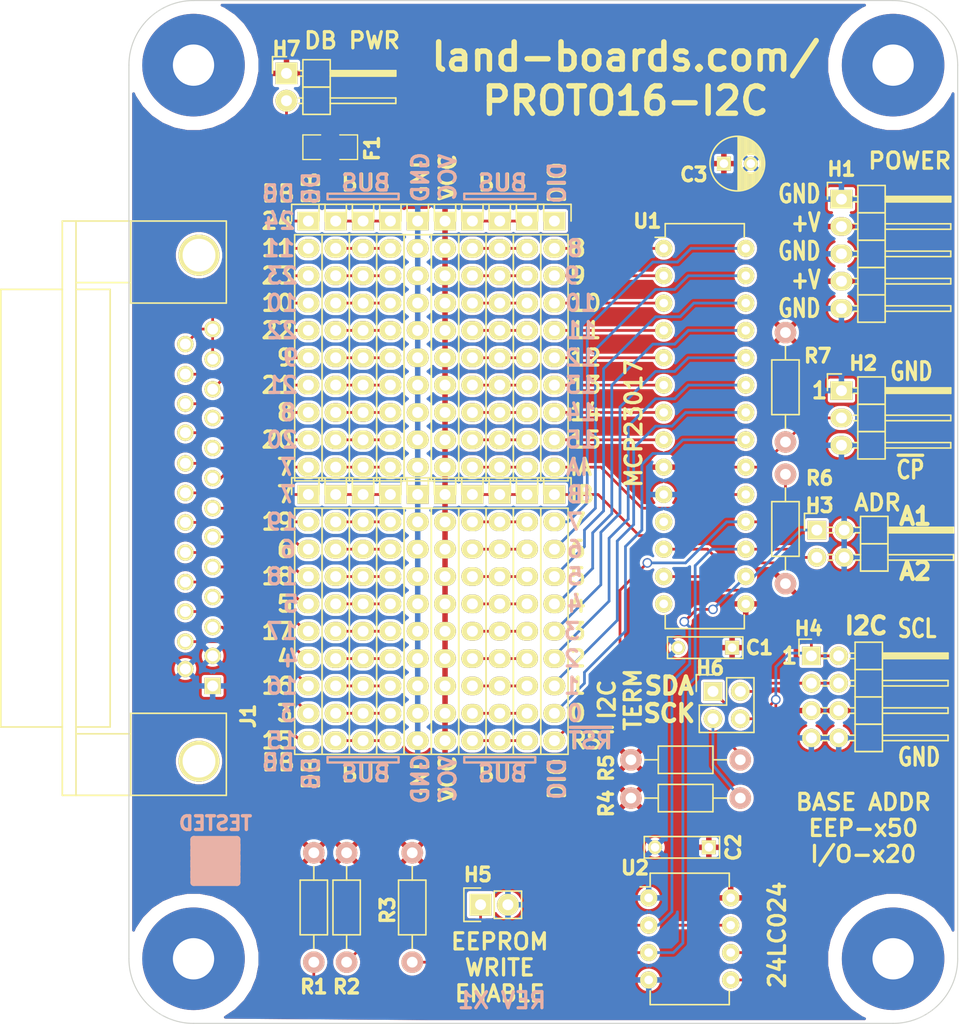
<source format=kicad_pcb>
(kicad_pcb (version 20171130) (host pcbnew "(5.1.10)-1")
  (title_block (title "8-Channel Opto-Isolated Output I2C") (rev X1) (company land-boards.com))
  (layers (0 F.Cu signal) (31 B.Cu signal) (36 B.SilkS user) (37 F.SilkS user) (38 B.Mask user) (39 F.Mask user) (44 Edge.Cuts user))
  (net 0 "")
  (net 1 /A1)
  (net 2 /A2)
  (net 3 /SCL)
  (net 4 /SDA)
  (net 5 GND)
  (net 6 /RST)
  (net 7 "Net-(P1-Pad2)")
  (net 8 "Net-(P1-Pad3)")
  (net 9 "Net-(P1-Pad4)")
  (net 10 "Net-(P1-Pad5)")
  (net 11 "Net-(P1-Pad6)")
  (net 12 "Net-(P1-Pad7)")
  (net 13 "Net-(P1-Pad8)")
  (net 14 "Net-(P1-Pad9)")
  (net 15 +5V)
  (net 16 "Net-(P10-Pad2)")
  (net 17 "Net-(P10-Pad3)")
  (net 18 "Net-(P10-Pad4)")
  (net 19 "Net-(P10-Pad5)")
  (net 20 "Net-(P10-Pad6)")
  (net 21 "Net-(P10-Pad7)")
  (net 22 "Net-(P10-Pad8)")
  (net 23 "Net-(P10-Pad9)")
  (net 24 "Net-(P11-Pad2)")
  (net 25 "Net-(P11-Pad3)")
  (net 26 "Net-(P11-Pad4)")
  (net 27 "Net-(P11-Pad5)")
  (net 28 "Net-(P11-Pad6)")
  (net 29 "Net-(P11-Pad7)")
  (net 30 "Net-(P11-Pad8)")
  (net 31 "Net-(P11-Pad9)")
  (net 32 "Net-(P12-Pad2)")
  (net 33 "Net-(P12-Pad3)")
  (net 34 "Net-(P12-Pad4)")
  (net 35 "Net-(P12-Pad5)")
  (net 36 "Net-(P12-Pad6)")
  (net 37 "Net-(P12-Pad7)")
  (net 38 "Net-(P12-Pad8)")
  (net 39 "Net-(P12-Pad9)")
  (net 40 "Net-(F1-Pad2)")
  (net 41 "Net-(H5-Pad1)")
  (net 42 "Net-(P1-Pad10)")
  (net 43 "Net-(P11-Pad1)")
  (net 44 "Net-(P11-Pad10)")
  (net 45 "Net-(P12-Pad1)")
  (net 46 "Net-(P12-Pad10)")
  (net 47 "Net-(P10-Pad1)")
  (net 48 "Net-(P10-Pad10)")
  (net 49 "Net-(P1-Pad1)")
  (net 50 "Net-(H6-Pad1)")
  (net 51 "Net-(H6-Pad3)")
  (net 52 /B8)
  (net 53 /B9)
  (net 54 /B10)
  (net 55 /B11)
  (net 56 /B20)
  (net 57 /B21)
  (net 58 /B22)
  (net 59 /B23)
  (net 60 /B3)
  (net 61 /B4)
  (net 62 /B5)
  (net 63 /B6)
  (net 64 /B7)
  (net 65 /B15)
  (net 66 /B16)
  (net 67 /B17)
  (net 68 /B18)
  (net 69 /B19)
  (net 70 /B24)
  (net 71 /G7)
  (net 72 /G6)
  (net 73 /G5)
  (net 74 /G4)
  (net 75 /G3)
  (net 76 /G2)
  (net 77 /G1)
  (net 78 /G0)
  (net 79 /G8)
  (net 80 /G9)
  (net 81 /G10)
  (net 82 /G11)
  (net 83 /G12)
  (net 84 /G13)
  (net 85 /G14)
  (net 86 /G15)
  (net 87 /IA)
  (net 88 /IB)
  (module MTG-6-32 (layer F.Cu) (at 16 16 180)
    (fp_text reference MTG4 hide)
    (fp_text value MTG_HOLE hide)
    (pad 1 thru_hole circle (at 0 0 180) (size 9.525 9.525) (drill 3.8354) (layers *.Cu *.Mask) (clearance 1.27))
  )
  (module MTG-6-32 (layer F.Cu) (at 81 16 180)
    (fp_text reference MTG3 hide)
    (fp_text value MTG_HOLE hide)
    (pad 1 thru_hole circle (at 0 0 180) (size 9.525 9.525) (drill 3.8354) (layers *.Cu *.Mask) (clearance 1.27))
  )
  (module MTG-6-32 (layer F.Cu) (at 16 99 180)
    (fp_text reference MTG2 hide)
    (fp_text value MTG_HOLE hide)
    (pad 1 thru_hole circle (at 0 0 180) (size 9.525 9.525) (drill 3.8354) (layers *.Cu *.Mask) (clearance 1.27))
  )
  (module MTG-6-32 (layer F.Cu) (at 81 99 180)
    (fp_text reference MTG1 hide)
    (fp_text value MTG_HOLE hide)
    (pad 1 thru_hole circle (at 0 0 180) (size 9.525 9.525) (drill 3.8354) (layers *.Cu *.Mask) (clearance 1.27))
  )
  (module SM1206 (layer F.Cu) (at 28.702 23.622 180)
    (fp_text reference F1 (at -3.902 -0.114 270) (layer F.SilkS) (effects (font (size 1.27 1.27) (thickness 0.3175))))
    (fp_text value FUSE hide)
    (pad 1 smd rect (at -1.651 0 180) (size 1.524 2.032) (layers F.Cu F.Mask) (net 15 +5V))
    (pad 2 smd rect (at 1.651 0 180) (size 1.524 2.032) (layers F.Cu F.Mask) (net 40 "Net-(F1-Pad2)"))
  )
  (module Pin_Headers:Pin_Header_Straight_1x02 (layer F.Cu) (at 42.672 93.98 90)
    (fp_text reference H5 (at 2.794 -0.254 180) (layer F.SilkS) (effects (font (size 1.27 1.27) (thickness 0.3175))))
    (fp_text value CONN_01X02 hide)
    (pad 1 thru_hole rect (at 0 0 90) (size 2.032 2.032) (drill 1.016) (layers *.Cu *.Mask F.SilkS) (net 41 "Net-(H5-Pad1)"))
    (pad 2 thru_hole oval (at 0 2.54 90) (size 2.032 2.032) (drill 1.016) (layers *.Cu *.Mask F.SilkS) (net 5 GND))
  )
  (module Capacitors_ThroughHole:C_Rect_L7_W2_P5 (layer F.Cu) (at 66.04 70.104 180)
    (fp_text reference C1 (at -2.54 0 180) (layer F.SilkS) (effects (font (size 1.27 1.27) (thickness 0.3175))))
    (fp_text value 0.1uF hide)
    (pad 1 thru_hole rect (at 0 0 180) (size 1.3 1.3) (drill 0.8) (layers *.Cu *.Mask F.SilkS) (net 15 +5V))
    (pad 2 thru_hole circle (at 5 0 180) (size 1.3 1.3) (drill 0.8) (layers *.Cu *.Mask F.SilkS) (net 5 GND))
  )
  (module Capacitors_ThroughHole:C_Rect_L7_W2_P5 (layer F.Cu) (at 63.881 88.646 180)
    (fp_text reference C2 (at -2.286 0 270) (layer F.SilkS) (effects (font (size 1.27 1.27) (thickness 0.3175))))
    (fp_text value 0.1uF hide)
    (pad 1 thru_hole rect (at 0 0 180) (size 1.3 1.3) (drill 0.8) (layers *.Cu *.Mask F.SilkS) (net 15 +5V))
    (pad 2 thru_hole circle (at 5 0 180) (size 1.3 1.3) (drill 0.8) (layers *.Cu *.Mask F.SilkS) (net 5 GND))
  )
  (module Housings_DIP:DIP-28_W7.62mm (layer F.Cu) (at 59.69 33.02)
    (fp_text reference U1 (at -1.524 -2.54) (layer F.SilkS) (effects (font (size 1.27 1.27) (thickness 0.3175))))
    (fp_text value MCP23017P hide)
    (pad 1 thru_hole oval (at 0 0) (size 1.6 1.6) (drill 0.8) (layers *.Cu *.Mask F.SilkS) (net 79 /G8))
    (pad 2 thru_hole oval (at 0 2.54) (size 1.6 1.6) (drill 0.8) (layers *.Cu *.Mask F.SilkS) (net 80 /G9))
    (pad 3 thru_hole oval (at 0 5.08) (size 1.6 1.6) (drill 0.8) (layers *.Cu *.Mask F.SilkS) (net 81 /G10))
    (pad 4 thru_hole oval (at 0 7.62) (size 1.6 1.6) (drill 0.8) (layers *.Cu *.Mask F.SilkS) (net 82 /G11))
    (pad 5 thru_hole oval (at 0 10.16) (size 1.6 1.6) (drill 0.8) (layers *.Cu *.Mask F.SilkS) (net 83 /G12))
    (pad 6 thru_hole oval (at 0 12.7) (size 1.6 1.6) (drill 0.8) (layers *.Cu *.Mask F.SilkS) (net 84 /G13))
    (pad 7 thru_hole oval (at 0 15.24) (size 1.6 1.6) (drill 0.8) (layers *.Cu *.Mask F.SilkS) (net 85 /G14))
    (pad 8 thru_hole oval (at 0 17.78) (size 1.6 1.6) (drill 0.8) (layers *.Cu *.Mask F.SilkS) (net 86 /G15))
    (pad 9 thru_hole oval (at 0 20.32) (size 1.6 1.6) (drill 0.8) (layers *.Cu *.Mask F.SilkS) (net 15 +5V))
    (pad 10 thru_hole oval (at 0 22.86) (size 1.6 1.6) (drill 0.8) (layers *.Cu *.Mask F.SilkS) (net 5 GND))
    (pad 11 thru_hole oval (at 0 25.4) (size 1.6 1.6) (drill 0.8) (layers *.Cu *.Mask F.SilkS))
    (pad 12 thru_hole oval (at 0 27.94) (size 1.6 1.6) (drill 0.8) (layers *.Cu *.Mask F.SilkS) (net 3 /SCL))
    (pad 13 thru_hole oval (at 0 30.48) (size 1.6 1.6) (drill 0.8) (layers *.Cu *.Mask F.SilkS) (net 4 /SDA))
    (pad 14 thru_hole oval (at 0 33.02) (size 1.6 1.6) (drill 0.8) (layers *.Cu *.Mask F.SilkS))
    (pad 15 thru_hole oval (at 7.62 33.02) (size 1.6 1.6) (drill 0.8) (layers *.Cu *.Mask F.SilkS) (net 15 +5V))
    (pad 16 thru_hole oval (at 7.62 30.48) (size 1.6 1.6) (drill 0.8) (layers *.Cu *.Mask F.SilkS) (net 1 /A1))
    (pad 17 thru_hole oval (at 7.62 27.94) (size 1.6 1.6) (drill 0.8) (layers *.Cu *.Mask F.SilkS) (net 2 /A2))
    (pad 18 thru_hole oval (at 7.62 25.4) (size 1.6 1.6) (drill 0.8) (layers *.Cu *.Mask F.SilkS) (net 6 /RST))
    (pad 19 thru_hole oval (at 7.62 22.86) (size 1.6 1.6) (drill 0.8) (layers *.Cu *.Mask F.SilkS) (net 88 /IB))
    (pad 20 thru_hole oval (at 7.62 20.32) (size 1.6 1.6) (drill 0.8) (layers *.Cu *.Mask F.SilkS) (net 87 /IA))
    (pad 21 thru_hole oval (at 7.62 17.78) (size 1.6 1.6) (drill 0.8) (layers *.Cu *.Mask F.SilkS) (net 78 /G0))
    (pad 22 thru_hole oval (at 7.62 15.24) (size 1.6 1.6) (drill 0.8) (layers *.Cu *.Mask F.SilkS) (net 77 /G1))
    (pad 23 thru_hole oval (at 7.62 12.7) (size 1.6 1.6) (drill 0.8) (layers *.Cu *.Mask F.SilkS) (net 76 /G2))
    (pad 24 thru_hole oval (at 7.62 10.16) (size 1.6 1.6) (drill 0.8) (layers *.Cu *.Mask F.SilkS) (net 75 /G3))
    (pad 25 thru_hole oval (at 7.62 7.62) (size 1.6 1.6) (drill 0.8) (layers *.Cu *.Mask F.SilkS) (net 74 /G4))
    (pad 26 thru_hole oval (at 7.62 5.08) (size 1.6 1.6) (drill 0.8) (layers *.Cu *.Mask F.SilkS) (net 73 /G5))
    (pad 27 thru_hole oval (at 7.62 2.54) (size 1.6 1.6) (drill 0.8) (layers *.Cu *.Mask F.SilkS) (net 72 /G6))
    (pad 28 thru_hole oval (at 7.62 0) (size 1.6 1.6) (drill 0.8) (layers *.Cu *.Mask F.SilkS) (net 71 /G7))
  )
  (module Housings_DIP:DIP-8_W7.62mm (layer F.Cu) (at 58.293 93.345)
    (fp_text reference U2 (at -1.27 -2.794) (layer F.SilkS) (effects (font (size 1.27 1.27) (thickness 0.3175))))
    (fp_text value 24C01 hide)
    (pad 1 thru_hole oval (at 0 0) (size 1.6 1.6) (drill 0.8) (layers *.Cu *.Mask F.SilkS) (net 5 GND))
    (pad 2 thru_hole oval (at 0 2.54) (size 1.6 1.6) (drill 0.8) (layers *.Cu *.Mask F.SilkS) (net 1 /A1))
    (pad 3 thru_hole oval (at 0 5.08) (size 1.6 1.6) (drill 0.8) (layers *.Cu *.Mask F.SilkS) (net 2 /A2))
    (pad 4 thru_hole oval (at 0 7.62) (size 1.6 1.6) (drill 0.8) (layers *.Cu *.Mask F.SilkS) (net 5 GND))
    (pad 5 thru_hole oval (at 7.62 7.62) (size 1.6 1.6) (drill 0.8) (layers *.Cu *.Mask F.SilkS) (net 4 /SDA))
    (pad 6 thru_hole oval (at 7.62 5.08) (size 1.6 1.6) (drill 0.8) (layers *.Cu *.Mask F.SilkS) (net 3 /SCL))
    (pad 7 thru_hole oval (at 7.62 2.54) (size 1.6 1.6) (drill 0.8) (layers *.Cu *.Mask F.SilkS) (net 41 "Net-(H5-Pad1)"))
    (pad 8 thru_hole oval (at 7.62 0) (size 1.6 1.6) (drill 0.8) (layers *.Cu *.Mask F.SilkS) (net 15 +5V))
  )
  (module Pin_Headers:Pin_Header_Angled_2x04 (layer F.Cu) (at 73.406 70.866)
    (fp_text reference H4 (at -0.254 -2.54) (layer F.SilkS) (effects (font (size 1.27 1.27) (thickness 0.3175))))
    (fp_text value CONN_02X04 hide)
    (pad 1 thru_hole rect (at 0 0) (size 1.7272 1.7272) (drill 1.016) (layers *.Cu *.Mask F.SilkS) (net 3 /SCL))
    (pad 2 thru_hole oval (at 2.54 0) (size 1.7272 1.7272) (drill 1.016) (layers *.Cu *.Mask F.SilkS) (net 3 /SCL))
    (pad 3 thru_hole oval (at 0 2.54) (size 1.7272 1.7272) (drill 1.016) (layers *.Cu *.Mask F.SilkS) (net 4 /SDA))
    (pad 4 thru_hole oval (at 2.54 2.54) (size 1.7272 1.7272) (drill 1.016) (layers *.Cu *.Mask F.SilkS) (net 4 /SDA))
    (pad 5 thru_hole oval (at 0 5.08) (size 1.7272 1.7272) (drill 1.016) (layers *.Cu *.Mask F.SilkS) (net 15 +5V))
    (pad 6 thru_hole oval (at 2.54 5.08) (size 1.7272 1.7272) (drill 1.016) (layers *.Cu *.Mask F.SilkS) (net 15 +5V))
    (pad 7 thru_hole oval (at 0 7.62) (size 1.7272 1.7272) (drill 1.016) (layers *.Cu *.Mask F.SilkS) (net 5 GND))
    (pad 8 thru_hole oval (at 2.54 7.62) (size 1.7272 1.7272) (drill 1.016) (layers *.Cu *.Mask F.SilkS) (net 5 GND))
  )
  (module Pin_Headers:Pin_Header_Angled_1x05 (layer F.Cu) (at 76.2 28.448)
    (fp_text reference H1 (at 0 -2.794) (layer F.SilkS) (effects (font (size 1.27 1.27) (thickness 0.3175))))
    (fp_text value CONN_01X05 hide)
    (pad 1 thru_hole rect (at 0 0) (size 2.032 1.7272) (drill 1.016) (layers *.Cu *.Mask F.SilkS) (net 5 GND))
    (pad 2 thru_hole oval (at 0 2.54) (size 2.032 1.7272) (drill 1.016) (layers *.Cu *.Mask F.SilkS) (net 15 +5V))
    (pad 3 thru_hole oval (at 0 5.08) (size 2.032 1.7272) (drill 1.016) (layers *.Cu *.Mask F.SilkS) (net 5 GND))
    (pad 4 thru_hole oval (at 0 7.62) (size 2.032 1.7272) (drill 1.016) (layers *.Cu *.Mask F.SilkS) (net 15 +5V))
    (pad 5 thru_hole oval (at 0 10.16) (size 2.032 1.7272) (drill 1.016) (layers *.Cu *.Mask F.SilkS) (net 5 GND))
  )
  (module Resistors_ThroughHole:Resistor_Horizontal_RM10mm (layer F.Cu) (at 66.802 80.518 180)
    (fp_text reference R5 (at 12.446 -0.762 270) (layer F.SilkS) (effects (font (size 1.27 1.27) (thickness 0.3175))))
    (fp_text value 2.2K hide)
    (pad 1 thru_hole circle (at 0 0 180) (size 1.99898 1.99898) (drill 1.00076) (layers *.Cu *.SilkS *.Mask) (net 50 "Net-(H6-Pad1)"))
    (pad 2 thru_hole circle (at 10.16 0 180) (size 1.99898 1.99898) (drill 1.00076) (layers *.Cu *.SilkS *.Mask) (net 15 +5V))
  )
  (module Resistors_ThroughHole:Resistor_Horizontal_RM10mm (layer F.Cu) (at 66.802 84.074 180)
    (fp_text reference R4 (at 12.446 -0.508 270) (layer F.SilkS) (effects (font (size 1.27 1.27) (thickness 0.3175))))
    (fp_text value 2.2K hide)
    (pad 1 thru_hole circle (at 0 0 180) (size 1.99898 1.99898) (drill 1.00076) (layers *.Cu *.SilkS *.Mask) (net 51 "Net-(H6-Pad3)"))
    (pad 2 thru_hole circle (at 10.16 0 180) (size 1.99898 1.99898) (drill 1.00076) (layers *.Cu *.SilkS *.Mask) (net 15 +5V))
  )
  (module Resistors_ThroughHole:Resistor_Horizontal_RM10mm (layer F.Cu) (at 71 51 90)
    (fp_text reference R7 (at 8 3 180) (layer F.SilkS) (effects (font (size 1.27 1.27) (thickness 0.3175))))
    (fp_text value 10K hide)
    (pad 1 thru_hole circle (at 0 0 90) (size 1.99898 1.99898) (drill 1.00076) (layers *.Cu *.SilkS *.Mask) (net 87 /IA))
    (pad 2 thru_hole circle (at 10.16 0 90) (size 1.99898 1.99898) (drill 1.00076) (layers *.Cu *.SilkS *.Mask) (net 15 +5V))
  )
  (module Resistors_ThroughHole:Resistor_Horizontal_RM10mm (layer F.Cu) (at 71 54 270)
    (fp_text reference R6 (at 0.356 -3.168) (layer F.SilkS) (effects (font (size 1.27 1.27) (thickness 0.3175))))
    (fp_text value 10K hide)
    (pad 1 thru_hole circle (at 0 0 270) (size 1.99898 1.99898) (drill 1.00076) (layers *.Cu *.SilkS *.Mask) (net 6 /RST))
    (pad 2 thru_hole circle (at 10.16 0 270) (size 1.99898 1.99898) (drill 1.00076) (layers *.Cu *.SilkS *.Mask) (net 15 +5V))
  )
  (module Resistors_ThroughHole:Resistor_Horizontal_RM10mm (layer F.Cu) (at 36.322 99.314 90)
    (fp_text reference R3 (at 4.826 -2.286 90) (layer F.SilkS) (effects (font (size 1.27 1.27) (thickness 0.3175))))
    (fp_text value 1K hide)
    (pad 1 thru_hole circle (at 0 0 90) (size 1.99898 1.99898) (drill 1.00076) (layers *.Cu *.SilkS *.Mask) (net 41 "Net-(H5-Pad1)"))
    (pad 2 thru_hole circle (at 10.16 0 90) (size 1.99898 1.99898) (drill 1.00076) (layers *.Cu *.SilkS *.Mask) (net 15 +5V))
  )
  (module Resistors_ThroughHole:Resistor_Horizontal_RM10mm (layer F.Cu) (at 27.178 99.314 90)
    (fp_text reference R1 (at -2.286 0 180) (layer F.SilkS) (effects (font (size 1.27 1.27) (thickness 0.3175))))
    (fp_text value 10K hide)
    (pad 1 thru_hole circle (at 0 0 90) (size 1.99898 1.99898) (drill 1.00076) (layers *.Cu *.SilkS *.Mask) (net 2 /A2))
    (pad 2 thru_hole circle (at 10.16 0 90) (size 1.99898 1.99898) (drill 1.00076) (layers *.Cu *.SilkS *.Mask) (net 15 +5V))
  )
  (module Resistors_ThroughHole:Resistor_Horizontal_RM10mm (layer F.Cu) (at 30.226 99.314 90)
    (fp_text reference R2 (at -2.286 0 180) (layer F.SilkS) (effects (font (size 1.27 1.27) (thickness 0.3175))))
    (fp_text value 10K hide)
    (pad 1 thru_hole circle (at 0 0 90) (size 1.99898 1.99898) (drill 1.00076) (layers *.Cu *.SilkS *.Mask) (net 1 /A1))
    (pad 2 thru_hole circle (at 10.16 0 90) (size 1.99898 1.99898) (drill 1.00076) (layers *.Cu *.SilkS *.Mask) (net 15 +5V))
  )
  (module Pin_Headers:Pin_Header_Angled_2x02 (layer F.Cu) (at 73.914 59.182)
    (fp_text reference H3 (at 0.254 -2.286) (layer F.SilkS) (effects (font (size 1.27 1.27) (thickness 0.3175))))
    (fp_text value CONN_02X02 hide)
    (pad 1 thru_hole rect (at 0 0) (size 1.7272 1.7272) (drill 1.016) (layers *.Cu *.Mask F.SilkS) (net 1 /A1))
    (pad 2 thru_hole oval (at 2.54 0) (size 1.7272 1.7272) (drill 1.016) (layers *.Cu *.Mask F.SilkS) (net 5 GND))
    (pad 3 thru_hole oval (at 0 2.54) (size 1.7272 1.7272) (drill 1.016) (layers *.Cu *.Mask F.SilkS) (net 2 /A2))
    (pad 4 thru_hole oval (at 2.54 2.54) (size 1.7272 1.7272) (drill 1.016) (layers *.Cu *.Mask F.SilkS) (net 5 GND))
  )
  (module Pin_Headers:Pin_Header_Straight_2x02 (layer F.Cu) (at 64.262 74.168)
    (fp_text reference H6 (at -0.262 -2.168) (layer F.SilkS) (effects (font (size 1.27 1.27) (thickness 0.3175))))
    (fp_text value CONN_02X02 hide)
    (pad 1 thru_hole rect (at 0 0) (size 1.7272 1.7272) (drill 1.016) (layers *.Cu *.Mask F.SilkS) (net 50 "Net-(H6-Pad1)"))
    (pad 2 thru_hole oval (at 2.54 0) (size 1.7272 1.7272) (drill 1.016) (layers *.Cu *.Mask F.SilkS) (net 4 /SDA))
    (pad 3 thru_hole oval (at 0 2.54) (size 1.7272 1.7272) (drill 1.016) (layers *.Cu *.Mask F.SilkS) (net 51 "Net-(H6-Pad3)"))
    (pad 4 thru_hole oval (at 2.54 2.54) (size 1.7272 1.7272) (drill 1.016) (layers *.Cu *.Mask F.SilkS) (net 3 /SCL))
  )
  (module Capacitors_ThroughHole:C_Radial_D5_L11_P2.5 (layer F.Cu) (at 65.278 25.146)
    (fp_text reference C3 (at -2.794 1.016) (layer F.SilkS) (effects (font (size 1.27 1.27) (thickness 0.3175))))
    (fp_text value 47uF hide)
    (pad 1 thru_hole rect (at 0 0) (size 1.3 1.3) (drill 0.8) (layers *.Cu *.Mask F.SilkS) (net 15 +5V))
    (pad 2 thru_hole circle (at 2.5 0) (size 1.3 1.3) (drill 0.8) (layers *.Cu *.Mask F.SilkS) (net 5 GND))
  )
  (module DougsNewMods:DB25FC (layer F.Cu) (at 16.51 57.15 90)
    (fp_text reference J1 (at -19.304 4.572 90) (layer F.SilkS) (effects (font (size 1.27 1.27) (thickness 0.3175))))
    (fp_text value DB25 hide)
    (pad "" thru_hole circle (at 23.495 0 90) (size 3.81 3.81) (drill 3.048) (layers *.Cu *.Mask F.SilkS))
    (pad "" thru_hole circle (at -23.495 0 90) (size 3.81 3.81) (drill 3.048) (layers *.Cu *.Mask F.SilkS))
    (pad 1 thru_hole rect (at -16.51 1.27 90) (size 1.524 1.524) (drill 1.016) (layers *.Cu *.Mask F.SilkS) (net 5 GND))
    (pad 2 thru_hole circle (at -13.716 1.27 90) (size 1.524 1.524) (drill 1.016) (layers *.Cu *.Mask F.SilkS) (net 5 GND))
    (pad 3 thru_hole circle (at -11.049 1.27 90) (size 1.524 1.524) (drill 1.016) (layers *.Cu *.Mask F.SilkS) (net 60 /B3))
    (pad 4 thru_hole circle (at -8.255 1.27 90) (size 1.524 1.524) (drill 1.016) (layers *.Cu *.Mask F.SilkS) (net 61 /B4))
    (pad 5 thru_hole circle (at -5.461 1.27 90) (size 1.524 1.524) (drill 1.016) (layers *.Cu *.Mask F.SilkS) (net 62 /B5))
    (pad 6 thru_hole circle (at -2.667 1.27 90) (size 1.524 1.524) (drill 1.016) (layers *.Cu *.Mask F.SilkS) (net 63 /B6))
    (pad 7 thru_hole circle (at 0 1.27 90) (size 1.524 1.524) (drill 1.016) (layers *.Cu *.Mask F.SilkS) (net 64 /B7))
    (pad 8 thru_hole circle (at 2.794 1.27 90) (size 1.524 1.524) (drill 1.016) (layers *.Cu *.Mask F.SilkS) (net 52 /B8))
    (pad 9 thru_hole circle (at 5.588 1.27 90) (size 1.524 1.524) (drill 1.016) (layers *.Cu *.Mask F.SilkS) (net 53 /B9))
    (pad 10 thru_hole circle (at 8.382 1.27 90) (size 1.524 1.524) (drill 1.016) (layers *.Cu *.Mask F.SilkS) (net 54 /B10))
    (pad 11 thru_hole circle (at 11.049 1.27 90) (size 1.524 1.524) (drill 1.016) (layers *.Cu *.Mask F.SilkS) (net 55 /B11))
    (pad 12 thru_hole circle (at 13.843 1.27 90) (size 1.524 1.524) (drill 1.016) (layers *.Cu *.Mask F.SilkS) (net 40 "Net-(F1-Pad2)"))
    (pad 13 thru_hole circle (at 16.637 1.27 90) (size 1.524 1.524) (drill 1.016) (layers *.Cu *.Mask F.SilkS) (net 40 "Net-(F1-Pad2)"))
    (pad 14 thru_hole circle (at -14.9352 -1.27 90) (size 1.524 1.524) (drill 1.016) (layers *.Cu *.Mask F.SilkS) (net 5 GND))
    (pad 15 thru_hole circle (at -12.3952 -1.27 90) (size 1.524 1.524) (drill 1.016) (layers *.Cu *.Mask F.SilkS) (net 65 /B15))
    (pad 16 thru_hole circle (at -9.6012 -1.27 90) (size 1.524 1.524) (drill 1.016) (layers *.Cu *.Mask F.SilkS) (net 66 /B16))
    (pad 17 thru_hole circle (at -6.858 -1.27 90) (size 1.524 1.524) (drill 1.016) (layers *.Cu *.Mask F.SilkS) (net 67 /B17))
    (pad 18 thru_hole circle (at -4.1148 -1.27 90) (size 1.524 1.524) (drill 1.016) (layers *.Cu *.Mask F.SilkS) (net 68 /B18))
    (pad 19 thru_hole circle (at -1.3208 -1.27 90) (size 1.524 1.524) (drill 1.016) (layers *.Cu *.Mask F.SilkS) (net 69 /B19))
    (pad 20 thru_hole circle (at 1.4224 -1.27 90) (size 1.524 1.524) (drill 1.016) (layers *.Cu *.Mask F.SilkS) (net 56 /B20))
    (pad 21 thru_hole circle (at 4.1656 -1.27 90) (size 1.524 1.524) (drill 1.016) (layers *.Cu *.Mask F.SilkS) (net 57 /B21))
    (pad 22 thru_hole circle (at 7.0104 -1.27 90) (size 1.524 1.524) (drill 1.016) (layers *.Cu *.Mask F.SilkS) (net 58 /B22))
    (pad 23 thru_hole circle (at 9.7028 -1.27 90) (size 1.524 1.524) (drill 1.016) (layers *.Cu *.Mask F.SilkS) (net 59 /B23))
    (pad 24 thru_hole circle (at 12.446 -1.27 90) (size 1.524 1.524) (drill 1.016) (layers *.Cu *.Mask F.SilkS) (net 70 /B24))
    (pad 25 thru_hole circle (at 15.24 -1.27 90) (size 1.524 1.524) (drill 1.016) (layers *.Cu *.Mask F.SilkS) (net 40 "Net-(F1-Pad2)"))
  )
  (module Pin_Headers:Pin_Header_Straight_1x10 (layer F.Cu) (at 41.91 30.48)
    (fp_text reference P1 hide)
    (fp_text value CONN_01X10 hide)
    (pad 1 thru_hole rect (at 0 0) (size 2.032 1.7272) (drill 1.016) (layers *.Cu *.Mask F.SilkS) (net 49 "Net-(P1-Pad1)"))
    (pad 2 thru_hole oval (at 0 2.54) (size 2.032 1.7272) (drill 1.016) (layers *.Cu *.Mask F.SilkS) (net 7 "Net-(P1-Pad2)"))
    (pad 3 thru_hole oval (at 0 5.08) (size 2.032 1.7272) (drill 1.016) (layers *.Cu *.Mask F.SilkS) (net 8 "Net-(P1-Pad3)"))
    (pad 4 thru_hole oval (at 0 7.62) (size 2.032 1.7272) (drill 1.016) (layers *.Cu *.Mask F.SilkS) (net 9 "Net-(P1-Pad4)"))
    (pad 5 thru_hole oval (at 0 10.16) (size 2.032 1.7272) (drill 1.016) (layers *.Cu *.Mask F.SilkS) (net 10 "Net-(P1-Pad5)"))
    (pad 6 thru_hole oval (at 0 12.7) (size 2.032 1.7272) (drill 1.016) (layers *.Cu *.Mask F.SilkS) (net 11 "Net-(P1-Pad6)"))
    (pad 7 thru_hole oval (at 0 15.24) (size 2.032 1.7272) (drill 1.016) (layers *.Cu *.Mask F.SilkS) (net 12 "Net-(P1-Pad7)"))
    (pad 8 thru_hole oval (at 0 17.78) (size 2.032 1.7272) (drill 1.016) (layers *.Cu *.Mask F.SilkS) (net 13 "Net-(P1-Pad8)"))
    (pad 9 thru_hole oval (at 0 20.32) (size 2.032 1.7272) (drill 1.016) (layers *.Cu *.Mask F.SilkS) (net 14 "Net-(P1-Pad9)"))
    (pad 10 thru_hole oval (at 0 22.86) (size 2.032 1.7272) (drill 1.016) (layers *.Cu *.Mask F.SilkS) (net 42 "Net-(P1-Pad10)"))
  )
  (module Pin_Headers:Pin_Header_Straight_1x10 (layer F.Cu) (at 44.45 55.88)
    (fp_text reference P99 hide)
    (fp_text value CONN_01X10 hide)
    (pad 1 thru_hole rect (at 0 0) (size 2.032 1.7272) (drill 1.016) (layers *.Cu *.Mask F.SilkS) (net 47 "Net-(P10-Pad1)"))
    (pad 2 thru_hole oval (at 0 2.54) (size 2.032 1.7272) (drill 1.016) (layers *.Cu *.Mask F.SilkS) (net 16 "Net-(P10-Pad2)"))
    (pad 3 thru_hole oval (at 0 5.08) (size 2.032 1.7272) (drill 1.016) (layers *.Cu *.Mask F.SilkS) (net 17 "Net-(P10-Pad3)"))
    (pad 4 thru_hole oval (at 0 7.62) (size 2.032 1.7272) (drill 1.016) (layers *.Cu *.Mask F.SilkS) (net 18 "Net-(P10-Pad4)"))
    (pad 5 thru_hole oval (at 0 10.16) (size 2.032 1.7272) (drill 1.016) (layers *.Cu *.Mask F.SilkS) (net 19 "Net-(P10-Pad5)"))
    (pad 6 thru_hole oval (at 0 12.7) (size 2.032 1.7272) (drill 1.016) (layers *.Cu *.Mask F.SilkS) (net 20 "Net-(P10-Pad6)"))
    (pad 7 thru_hole oval (at 0 15.24) (size 2.032 1.7272) (drill 1.016) (layers *.Cu *.Mask F.SilkS) (net 21 "Net-(P10-Pad7)"))
    (pad 8 thru_hole oval (at 0 17.78) (size 2.032 1.7272) (drill 1.016) (layers *.Cu *.Mask F.SilkS) (net 22 "Net-(P10-Pad8)"))
    (pad 9 thru_hole oval (at 0 20.32) (size 2.032 1.7272) (drill 1.016) (layers *.Cu *.Mask F.SilkS) (net 23 "Net-(P10-Pad9)"))
    (pad 10 thru_hole oval (at 0 22.86) (size 2.032 1.7272) (drill 1.016) (layers *.Cu *.Mask F.SilkS) (net 48 "Net-(P10-Pad10)"))
  )
  (module Pin_Headers:Pin_Header_Straight_1x10 (layer F.Cu) (at 46.99 30.48)
    (fp_text reference P3 hide)
    (fp_text value CONN_01X10 hide)
    (pad 1 thru_hole rect (at 0 0) (size 2.032 1.7272) (drill 1.016) (layers *.Cu *.Mask F.SilkS) (net 49 "Net-(P1-Pad1)"))
    (pad 2 thru_hole oval (at 0 2.54) (size 2.032 1.7272) (drill 1.016) (layers *.Cu *.Mask F.SilkS) (net 7 "Net-(P1-Pad2)"))
    (pad 3 thru_hole oval (at 0 5.08) (size 2.032 1.7272) (drill 1.016) (layers *.Cu *.Mask F.SilkS) (net 8 "Net-(P1-Pad3)"))
    (pad 4 thru_hole oval (at 0 7.62) (size 2.032 1.7272) (drill 1.016) (layers *.Cu *.Mask F.SilkS) (net 9 "Net-(P1-Pad4)"))
    (pad 5 thru_hole oval (at 0 10.16) (size 2.032 1.7272) (drill 1.016) (layers *.Cu *.Mask F.SilkS) (net 10 "Net-(P1-Pad5)"))
    (pad 6 thru_hole oval (at 0 12.7) (size 2.032 1.7272) (drill 1.016) (layers *.Cu *.Mask F.SilkS) (net 11 "Net-(P1-Pad6)"))
    (pad 7 thru_hole oval (at 0 15.24) (size 2.032 1.7272) (drill 1.016) (layers *.Cu *.Mask F.SilkS) (net 12 "Net-(P1-Pad7)"))
    (pad 8 thru_hole oval (at 0 17.78) (size 2.032 1.7272) (drill 1.016) (layers *.Cu *.Mask F.SilkS) (net 13 "Net-(P1-Pad8)"))
    (pad 9 thru_hole oval (at 0 20.32) (size 2.032 1.7272) (drill 1.016) (layers *.Cu *.Mask F.SilkS) (net 14 "Net-(P1-Pad9)"))
    (pad 10 thru_hole oval (at 0 22.86) (size 2.032 1.7272) (drill 1.016) (layers *.Cu *.Mask F.SilkS) (net 42 "Net-(P1-Pad10)"))
  )
  (module Pin_Headers:Pin_Header_Straight_1x10 (layer F.Cu) (at 46.99 55.88)
    (fp_text reference P4 hide)
    (fp_text value CONN_01X10 hide)
    (pad 1 thru_hole rect (at 0 0) (size 2.032 1.7272) (drill 1.016) (layers *.Cu *.Mask F.SilkS) (net 47 "Net-(P10-Pad1)"))
    (pad 2 thru_hole oval (at 0 2.54) (size 2.032 1.7272) (drill 1.016) (layers *.Cu *.Mask F.SilkS) (net 16 "Net-(P10-Pad2)"))
    (pad 3 thru_hole oval (at 0 5.08) (size 2.032 1.7272) (drill 1.016) (layers *.Cu *.Mask F.SilkS) (net 17 "Net-(P10-Pad3)"))
    (pad 4 thru_hole oval (at 0 7.62) (size 2.032 1.7272) (drill 1.016) (layers *.Cu *.Mask F.SilkS) (net 18 "Net-(P10-Pad4)"))
    (pad 5 thru_hole oval (at 0 10.16) (size 2.032 1.7272) (drill 1.016) (layers *.Cu *.Mask F.SilkS) (net 19 "Net-(P10-Pad5)"))
    (pad 6 thru_hole oval (at 0 12.7) (size 2.032 1.7272) (drill 1.016) (layers *.Cu *.Mask F.SilkS) (net 20 "Net-(P10-Pad6)"))
    (pad 7 thru_hole oval (at 0 15.24) (size 2.032 1.7272) (drill 1.016) (layers *.Cu *.Mask F.SilkS) (net 21 "Net-(P10-Pad7)"))
    (pad 8 thru_hole oval (at 0 17.78) (size 2.032 1.7272) (drill 1.016) (layers *.Cu *.Mask F.SilkS) (net 22 "Net-(P10-Pad8)"))
    (pad 9 thru_hole oval (at 0 20.32) (size 2.032 1.7272) (drill 1.016) (layers *.Cu *.Mask F.SilkS) (net 23 "Net-(P10-Pad9)"))
    (pad 10 thru_hole oval (at 0 22.86) (size 2.032 1.7272) (drill 1.016) (layers *.Cu *.Mask F.SilkS) (net 48 "Net-(P10-Pad10)"))
  )
  (module Pin_Headers:Pin_Header_Straight_1x10 (layer F.Cu) (at 44.45 30.48)
    (fp_text reference P7 hide)
    (fp_text value CONN_01X10 hide)
    (pad 1 thru_hole rect (at 0 0) (size 2.032 1.7272) (drill 1.016) (layers *.Cu *.Mask F.SilkS) (net 49 "Net-(P1-Pad1)"))
    (pad 2 thru_hole oval (at 0 2.54) (size 2.032 1.7272) (drill 1.016) (layers *.Cu *.Mask F.SilkS) (net 7 "Net-(P1-Pad2)"))
    (pad 3 thru_hole oval (at 0 5.08) (size 2.032 1.7272) (drill 1.016) (layers *.Cu *.Mask F.SilkS) (net 8 "Net-(P1-Pad3)"))
    (pad 4 thru_hole oval (at 0 7.62) (size 2.032 1.7272) (drill 1.016) (layers *.Cu *.Mask F.SilkS) (net 9 "Net-(P1-Pad4)"))
    (pad 5 thru_hole oval (at 0 10.16) (size 2.032 1.7272) (drill 1.016) (layers *.Cu *.Mask F.SilkS) (net 10 "Net-(P1-Pad5)"))
    (pad 6 thru_hole oval (at 0 12.7) (size 2.032 1.7272) (drill 1.016) (layers *.Cu *.Mask F.SilkS) (net 11 "Net-(P1-Pad6)"))
    (pad 7 thru_hole oval (at 0 15.24) (size 2.032 1.7272) (drill 1.016) (layers *.Cu *.Mask F.SilkS) (net 12 "Net-(P1-Pad7)"))
    (pad 8 thru_hole oval (at 0 17.78) (size 2.032 1.7272) (drill 1.016) (layers *.Cu *.Mask F.SilkS) (net 13 "Net-(P1-Pad8)"))
    (pad 9 thru_hole oval (at 0 20.32) (size 2.032 1.7272) (drill 1.016) (layers *.Cu *.Mask F.SilkS) (net 14 "Net-(P1-Pad9)"))
    (pad 10 thru_hole oval (at 0 22.86) (size 2.032 1.7272) (drill 1.016) (layers *.Cu *.Mask F.SilkS) (net 42 "Net-(P1-Pad10)"))
  )
  (module Pin_Headers:Pin_Header_Straight_1x10 (layer F.Cu) (at 41.91 55.88)
    (fp_text reference P10 hide)
    (fp_text value CONN_01X10 hide)
    (pad 1 thru_hole rect (at 0 0) (size 2.032 1.7272) (drill 1.016) (layers *.Cu *.Mask F.SilkS) (net 47 "Net-(P10-Pad1)"))
    (pad 2 thru_hole oval (at 0 2.54) (size 2.032 1.7272) (drill 1.016) (layers *.Cu *.Mask F.SilkS) (net 16 "Net-(P10-Pad2)"))
    (pad 3 thru_hole oval (at 0 5.08) (size 2.032 1.7272) (drill 1.016) (layers *.Cu *.Mask F.SilkS) (net 17 "Net-(P10-Pad3)"))
    (pad 4 thru_hole oval (at 0 7.62) (size 2.032 1.7272) (drill 1.016) (layers *.Cu *.Mask F.SilkS) (net 18 "Net-(P10-Pad4)"))
    (pad 5 thru_hole oval (at 0 10.16) (size 2.032 1.7272) (drill 1.016) (layers *.Cu *.Mask F.SilkS) (net 19 "Net-(P10-Pad5)"))
    (pad 6 thru_hole oval (at 0 12.7) (size 2.032 1.7272) (drill 1.016) (layers *.Cu *.Mask F.SilkS) (net 20 "Net-(P10-Pad6)"))
    (pad 7 thru_hole oval (at 0 15.24) (size 2.032 1.7272) (drill 1.016) (layers *.Cu *.Mask F.SilkS) (net 21 "Net-(P10-Pad7)"))
    (pad 8 thru_hole oval (at 0 17.78) (size 2.032 1.7272) (drill 1.016) (layers *.Cu *.Mask F.SilkS) (net 22 "Net-(P10-Pad8)"))
    (pad 9 thru_hole oval (at 0 20.32) (size 2.032 1.7272) (drill 1.016) (layers *.Cu *.Mask F.SilkS) (net 23 "Net-(P10-Pad9)"))
    (pad 10 thru_hole oval (at 0 22.86) (size 2.032 1.7272) (drill 1.016) (layers *.Cu *.Mask F.SilkS) (net 48 "Net-(P10-Pad10)"))
  )
  (module Pin_Headers:Pin_Header_Straight_1x10 (layer F.Cu) (at 31.75 55.88)
    (fp_text reference P11 hide)
    (fp_text value CONN_01X10 hide)
    (pad 1 thru_hole rect (at 0 0) (size 2.032 1.7272) (drill 1.016) (layers *.Cu *.Mask F.SilkS) (net 43 "Net-(P11-Pad1)"))
    (pad 2 thru_hole oval (at 0 2.54) (size 2.032 1.7272) (drill 1.016) (layers *.Cu *.Mask F.SilkS) (net 24 "Net-(P11-Pad2)"))
    (pad 3 thru_hole oval (at 0 5.08) (size 2.032 1.7272) (drill 1.016) (layers *.Cu *.Mask F.SilkS) (net 25 "Net-(P11-Pad3)"))
    (pad 4 thru_hole oval (at 0 7.62) (size 2.032 1.7272) (drill 1.016) (layers *.Cu *.Mask F.SilkS) (net 26 "Net-(P11-Pad4)"))
    (pad 5 thru_hole oval (at 0 10.16) (size 2.032 1.7272) (drill 1.016) (layers *.Cu *.Mask F.SilkS) (net 27 "Net-(P11-Pad5)"))
    (pad 6 thru_hole oval (at 0 12.7) (size 2.032 1.7272) (drill 1.016) (layers *.Cu *.Mask F.SilkS) (net 28 "Net-(P11-Pad6)"))
    (pad 7 thru_hole oval (at 0 15.24) (size 2.032 1.7272) (drill 1.016) (layers *.Cu *.Mask F.SilkS) (net 29 "Net-(P11-Pad7)"))
    (pad 8 thru_hole oval (at 0 17.78) (size 2.032 1.7272) (drill 1.016) (layers *.Cu *.Mask F.SilkS) (net 30 "Net-(P11-Pad8)"))
    (pad 9 thru_hole oval (at 0 20.32) (size 2.032 1.7272) (drill 1.016) (layers *.Cu *.Mask F.SilkS) (net 31 "Net-(P11-Pad9)"))
    (pad 10 thru_hole oval (at 0 22.86) (size 2.032 1.7272) (drill 1.016) (layers *.Cu *.Mask F.SilkS) (net 44 "Net-(P11-Pad10)"))
  )
  (module Pin_Headers:Pin_Header_Straight_1x10 (layer F.Cu) (at 34.29 30.48)
    (fp_text reference P12 hide)
    (fp_text value CONN_01X10 hide)
    (pad 1 thru_hole rect (at 0 0) (size 2.032 1.7272) (drill 1.016) (layers *.Cu *.Mask F.SilkS) (net 45 "Net-(P12-Pad1)"))
    (pad 2 thru_hole oval (at 0 2.54) (size 2.032 1.7272) (drill 1.016) (layers *.Cu *.Mask F.SilkS) (net 32 "Net-(P12-Pad2)"))
    (pad 3 thru_hole oval (at 0 5.08) (size 2.032 1.7272) (drill 1.016) (layers *.Cu *.Mask F.SilkS) (net 33 "Net-(P12-Pad3)"))
    (pad 4 thru_hole oval (at 0 7.62) (size 2.032 1.7272) (drill 1.016) (layers *.Cu *.Mask F.SilkS) (net 34 "Net-(P12-Pad4)"))
    (pad 5 thru_hole oval (at 0 10.16) (size 2.032 1.7272) (drill 1.016) (layers *.Cu *.Mask F.SilkS) (net 35 "Net-(P12-Pad5)"))
    (pad 6 thru_hole oval (at 0 12.7) (size 2.032 1.7272) (drill 1.016) (layers *.Cu *.Mask F.SilkS) (net 36 "Net-(P12-Pad6)"))
    (pad 7 thru_hole oval (at 0 15.24) (size 2.032 1.7272) (drill 1.016) (layers *.Cu *.Mask F.SilkS) (net 37 "Net-(P12-Pad7)"))
    (pad 8 thru_hole oval (at 0 17.78) (size 2.032 1.7272) (drill 1.016) (layers *.Cu *.Mask F.SilkS) (net 38 "Net-(P12-Pad8)"))
    (pad 9 thru_hole oval (at 0 20.32) (size 2.032 1.7272) (drill 1.016) (layers *.Cu *.Mask F.SilkS) (net 39 "Net-(P12-Pad9)"))
    (pad 10 thru_hole oval (at 0 22.86) (size 2.032 1.7272) (drill 1.016) (layers *.Cu *.Mask F.SilkS) (net 46 "Net-(P12-Pad10)"))
  )
  (module Pin_Headers:Pin_Header_Straight_1x10 (layer F.Cu) (at 29.21 55.88)
    (fp_text reference P13 hide)
    (fp_text value CONN_01X10 hide)
    (pad 1 thru_hole rect (at 0 0) (size 2.032 1.7272) (drill 1.016) (layers *.Cu *.Mask F.SilkS) (net 43 "Net-(P11-Pad1)"))
    (pad 2 thru_hole oval (at 0 2.54) (size 2.032 1.7272) (drill 1.016) (layers *.Cu *.Mask F.SilkS) (net 24 "Net-(P11-Pad2)"))
    (pad 3 thru_hole oval (at 0 5.08) (size 2.032 1.7272) (drill 1.016) (layers *.Cu *.Mask F.SilkS) (net 25 "Net-(P11-Pad3)"))
    (pad 4 thru_hole oval (at 0 7.62) (size 2.032 1.7272) (drill 1.016) (layers *.Cu *.Mask F.SilkS) (net 26 "Net-(P11-Pad4)"))
    (pad 5 thru_hole oval (at 0 10.16) (size 2.032 1.7272) (drill 1.016) (layers *.Cu *.Mask F.SilkS) (net 27 "Net-(P11-Pad5)"))
    (pad 6 thru_hole oval (at 0 12.7) (size 2.032 1.7272) (drill 1.016) (layers *.Cu *.Mask F.SilkS) (net 28 "Net-(P11-Pad6)"))
    (pad 7 thru_hole oval (at 0 15.24) (size 2.032 1.7272) (drill 1.016) (layers *.Cu *.Mask F.SilkS) (net 29 "Net-(P11-Pad7)"))
    (pad 8 thru_hole oval (at 0 17.78) (size 2.032 1.7272) (drill 1.016) (layers *.Cu *.Mask F.SilkS) (net 30 "Net-(P11-Pad8)"))
    (pad 9 thru_hole oval (at 0 20.32) (size 2.032 1.7272) (drill 1.016) (layers *.Cu *.Mask F.SilkS) (net 31 "Net-(P11-Pad9)"))
    (pad 10 thru_hole oval (at 0 22.86) (size 2.032 1.7272) (drill 1.016) (layers *.Cu *.Mask F.SilkS) (net 44 "Net-(P11-Pad10)"))
  )
  (module Pin_Headers:Pin_Header_Straight_1x10 (layer F.Cu) (at 29.21 30.48)
    (fp_text reference P14 hide)
    (fp_text value CONN_01X10 hide)
    (pad 1 thru_hole rect (at 0 0) (size 2.032 1.7272) (drill 1.016) (layers *.Cu *.Mask F.SilkS) (net 45 "Net-(P12-Pad1)"))
    (pad 2 thru_hole oval (at 0 2.54) (size 2.032 1.7272) (drill 1.016) (layers *.Cu *.Mask F.SilkS) (net 32 "Net-(P12-Pad2)"))
    (pad 3 thru_hole oval (at 0 5.08) (size 2.032 1.7272) (drill 1.016) (layers *.Cu *.Mask F.SilkS) (net 33 "Net-(P12-Pad3)"))
    (pad 4 thru_hole oval (at 0 7.62) (size 2.032 1.7272) (drill 1.016) (layers *.Cu *.Mask F.SilkS) (net 34 "Net-(P12-Pad4)"))
    (pad 5 thru_hole oval (at 0 10.16) (size 2.032 1.7272) (drill 1.016) (layers *.Cu *.Mask F.SilkS) (net 35 "Net-(P12-Pad5)"))
    (pad 6 thru_hole oval (at 0 12.7) (size 2.032 1.7272) (drill 1.016) (layers *.Cu *.Mask F.SilkS) (net 36 "Net-(P12-Pad6)"))
    (pad 7 thru_hole oval (at 0 15.24) (size 2.032 1.7272) (drill 1.016) (layers *.Cu *.Mask F.SilkS) (net 37 "Net-(P12-Pad7)"))
    (pad 8 thru_hole oval (at 0 17.78) (size 2.032 1.7272) (drill 1.016) (layers *.Cu *.Mask F.SilkS) (net 38 "Net-(P12-Pad8)"))
    (pad 9 thru_hole oval (at 0 20.32) (size 2.032 1.7272) (drill 1.016) (layers *.Cu *.Mask F.SilkS) (net 39 "Net-(P12-Pad9)"))
    (pad 10 thru_hole oval (at 0 22.86) (size 2.032 1.7272) (drill 1.016) (layers *.Cu *.Mask F.SilkS) (net 46 "Net-(P12-Pad10)"))
  )
  (module Pin_Headers:Pin_Header_Straight_1x10 (layer F.Cu) (at 31.75 30.48)
    (fp_text reference P15 hide)
    (fp_text value CONN_01X10 hide)
    (pad 1 thru_hole rect (at 0 0) (size 2.032 1.7272) (drill 1.016) (layers *.Cu *.Mask F.SilkS) (net 45 "Net-(P12-Pad1)"))
    (pad 2 thru_hole oval (at 0 2.54) (size 2.032 1.7272) (drill 1.016) (layers *.Cu *.Mask F.SilkS) (net 32 "Net-(P12-Pad2)"))
    (pad 3 thru_hole oval (at 0 5.08) (size 2.032 1.7272) (drill 1.016) (layers *.Cu *.Mask F.SilkS) (net 33 "Net-(P12-Pad3)"))
    (pad 4 thru_hole oval (at 0 7.62) (size 2.032 1.7272) (drill 1.016) (layers *.Cu *.Mask F.SilkS) (net 34 "Net-(P12-Pad4)"))
    (pad 5 thru_hole oval (at 0 10.16) (size 2.032 1.7272) (drill 1.016) (layers *.Cu *.Mask F.SilkS) (net 35 "Net-(P12-Pad5)"))
    (pad 6 thru_hole oval (at 0 12.7) (size 2.032 1.7272) (drill 1.016) (layers *.Cu *.Mask F.SilkS) (net 36 "Net-(P12-Pad6)"))
    (pad 7 thru_hole oval (at 0 15.24) (size 2.032 1.7272) (drill 1.016) (layers *.Cu *.Mask F.SilkS) (net 37 "Net-(P12-Pad7)"))
    (pad 8 thru_hole oval (at 0 17.78) (size 2.032 1.7272) (drill 1.016) (layers *.Cu *.Mask F.SilkS) (net 38 "Net-(P12-Pad8)"))
    (pad 9 thru_hole oval (at 0 20.32) (size 2.032 1.7272) (drill 1.016) (layers *.Cu *.Mask F.SilkS) (net 39 "Net-(P12-Pad9)"))
    (pad 10 thru_hole oval (at 0 22.86) (size 2.032 1.7272) (drill 1.016) (layers *.Cu *.Mask F.SilkS) (net 46 "Net-(P12-Pad10)"))
  )
  (module Pin_Headers:Pin_Header_Straight_1x10 (layer F.Cu) (at 34.29 55.88)
    (fp_text reference P16 hide)
    (fp_text value CONN_01X10 hide)
    (pad 1 thru_hole rect (at 0 0) (size 2.032 1.7272) (drill 1.016) (layers *.Cu *.Mask F.SilkS) (net 43 "Net-(P11-Pad1)"))
    (pad 2 thru_hole oval (at 0 2.54) (size 2.032 1.7272) (drill 1.016) (layers *.Cu *.Mask F.SilkS) (net 24 "Net-(P11-Pad2)"))
    (pad 3 thru_hole oval (at 0 5.08) (size 2.032 1.7272) (drill 1.016) (layers *.Cu *.Mask F.SilkS) (net 25 "Net-(P11-Pad3)"))
    (pad 4 thru_hole oval (at 0 7.62) (size 2.032 1.7272) (drill 1.016) (layers *.Cu *.Mask F.SilkS) (net 26 "Net-(P11-Pad4)"))
    (pad 5 thru_hole oval (at 0 10.16) (size 2.032 1.7272) (drill 1.016) (layers *.Cu *.Mask F.SilkS) (net 27 "Net-(P11-Pad5)"))
    (pad 6 thru_hole oval (at 0 12.7) (size 2.032 1.7272) (drill 1.016) (layers *.Cu *.Mask F.SilkS) (net 28 "Net-(P11-Pad6)"))
    (pad 7 thru_hole oval (at 0 15.24) (size 2.032 1.7272) (drill 1.016) (layers *.Cu *.Mask F.SilkS) (net 29 "Net-(P11-Pad7)"))
    (pad 8 thru_hole oval (at 0 17.78) (size 2.032 1.7272) (drill 1.016) (layers *.Cu *.Mask F.SilkS) (net 30 "Net-(P11-Pad8)"))
    (pad 9 thru_hole oval (at 0 20.32) (size 2.032 1.7272) (drill 1.016) (layers *.Cu *.Mask F.SilkS) (net 31 "Net-(P11-Pad9)"))
    (pad 10 thru_hole oval (at 0 22.86) (size 2.032 1.7272) (drill 1.016) (layers *.Cu *.Mask F.SilkS) (net 44 "Net-(P11-Pad10)"))
  )
  (module Pin_Headers:Pin_Header_Straight_1x10 (layer F.Cu) (at 39.37 55.88)
    (fp_text reference P5 hide)
    (fp_text value CONN_01X10 hide)
    (pad 1 thru_hole rect (at 0 0) (size 2.032 1.7272) (drill 1.016) (layers *.Cu *.Mask F.SilkS) (net 15 +5V))
    (pad 2 thru_hole oval (at 0 2.54) (size 2.032 1.7272) (drill 1.016) (layers *.Cu *.Mask F.SilkS) (net 15 +5V))
    (pad 3 thru_hole oval (at 0 5.08) (size 2.032 1.7272) (drill 1.016) (layers *.Cu *.Mask F.SilkS) (net 15 +5V))
    (pad 4 thru_hole oval (at 0 7.62) (size 2.032 1.7272) (drill 1.016) (layers *.Cu *.Mask F.SilkS) (net 15 +5V))
    (pad 5 thru_hole oval (at 0 10.16) (size 2.032 1.7272) (drill 1.016) (layers *.Cu *.Mask F.SilkS) (net 15 +5V))
    (pad 6 thru_hole oval (at 0 12.7) (size 2.032 1.7272) (drill 1.016) (layers *.Cu *.Mask F.SilkS) (net 15 +5V))
    (pad 7 thru_hole oval (at 0 15.24) (size 2.032 1.7272) (drill 1.016) (layers *.Cu *.Mask F.SilkS) (net 15 +5V))
    (pad 8 thru_hole oval (at 0 17.78) (size 2.032 1.7272) (drill 1.016) (layers *.Cu *.Mask F.SilkS) (net 15 +5V))
    (pad 9 thru_hole oval (at 0 20.32) (size 2.032 1.7272) (drill 1.016) (layers *.Cu *.Mask F.SilkS) (net 15 +5V))
    (pad 10 thru_hole oval (at 0 22.86) (size 2.032 1.7272) (drill 1.016) (layers *.Cu *.Mask F.SilkS) (net 15 +5V))
  )
  (module Pin_Headers:Pin_Header_Straight_1x10 (layer F.Cu) (at 39.37 30.48)
    (fp_text reference P6 hide)
    (fp_text value CONN_01X10 hide)
    (pad 1 thru_hole rect (at 0 0) (size 2.032 1.7272) (drill 1.016) (layers *.Cu *.Mask F.SilkS) (net 15 +5V))
    (pad 2 thru_hole oval (at 0 2.54) (size 2.032 1.7272) (drill 1.016) (layers *.Cu *.Mask F.SilkS) (net 15 +5V))
    (pad 3 thru_hole oval (at 0 5.08) (size 2.032 1.7272) (drill 1.016) (layers *.Cu *.Mask F.SilkS) (net 15 +5V))
    (pad 4 thru_hole oval (at 0 7.62) (size 2.032 1.7272) (drill 1.016) (layers *.Cu *.Mask F.SilkS) (net 15 +5V))
    (pad 5 thru_hole oval (at 0 10.16) (size 2.032 1.7272) (drill 1.016) (layers *.Cu *.Mask F.SilkS) (net 15 +5V))
    (pad 6 thru_hole oval (at 0 12.7) (size 2.032 1.7272) (drill 1.016) (layers *.Cu *.Mask F.SilkS) (net 15 +5V))
    (pad 7 thru_hole oval (at 0 15.24) (size 2.032 1.7272) (drill 1.016) (layers *.Cu *.Mask F.SilkS) (net 15 +5V))
    (pad 8 thru_hole oval (at 0 17.78) (size 2.032 1.7272) (drill 1.016) (layers *.Cu *.Mask F.SilkS) (net 15 +5V))
    (pad 9 thru_hole oval (at 0 20.32) (size 2.032 1.7272) (drill 1.016) (layers *.Cu *.Mask F.SilkS) (net 15 +5V))
    (pad 10 thru_hole oval (at 0 22.86) (size 2.032 1.7272) (drill 1.016) (layers *.Cu *.Mask F.SilkS) (net 15 +5V))
  )
  (module Pin_Headers:Pin_Header_Straight_1x10 (layer F.Cu) (at 36.83 30.48)
    (fp_text reference P8 hide)
    (fp_text value CONN_01X10 hide)
    (pad 1 thru_hole rect (at 0 0) (size 2.032 1.7272) (drill 1.016) (layers *.Cu *.Mask F.SilkS) (net 5 GND))
    (pad 2 thru_hole oval (at 0 2.54) (size 2.032 1.7272) (drill 1.016) (layers *.Cu *.Mask F.SilkS) (net 5 GND))
    (pad 3 thru_hole oval (at 0 5.08) (size 2.032 1.7272) (drill 1.016) (layers *.Cu *.Mask F.SilkS) (net 5 GND))
    (pad 4 thru_hole oval (at 0 7.62) (size 2.032 1.7272) (drill 1.016) (layers *.Cu *.Mask F.SilkS) (net 5 GND))
    (pad 5 thru_hole oval (at 0 10.16) (size 2.032 1.7272) (drill 1.016) (layers *.Cu *.Mask F.SilkS) (net 5 GND))
    (pad 6 thru_hole oval (at 0 12.7) (size 2.032 1.7272) (drill 1.016) (layers *.Cu *.Mask F.SilkS) (net 5 GND))
    (pad 7 thru_hole oval (at 0 15.24) (size 2.032 1.7272) (drill 1.016) (layers *.Cu *.Mask F.SilkS) (net 5 GND))
    (pad 8 thru_hole oval (at 0 17.78) (size 2.032 1.7272) (drill 1.016) (layers *.Cu *.Mask F.SilkS) (net 5 GND))
    (pad 9 thru_hole oval (at 0 20.32) (size 2.032 1.7272) (drill 1.016) (layers *.Cu *.Mask F.SilkS) (net 5 GND))
    (pad 10 thru_hole oval (at 0 22.86) (size 2.032 1.7272) (drill 1.016) (layers *.Cu *.Mask F.SilkS) (net 5 GND))
  )
  (module Pin_Headers:Pin_Header_Straight_1x10 (layer F.Cu) (at 36.83 55.88)
    (fp_text reference P9 hide)
    (fp_text value CONN_01X10 hide)
    (pad 1 thru_hole rect (at 0 0) (size 2.032 1.7272) (drill 1.016) (layers *.Cu *.Mask F.SilkS) (net 5 GND))
    (pad 2 thru_hole oval (at 0 2.54) (size 2.032 1.7272) (drill 1.016) (layers *.Cu *.Mask F.SilkS) (net 5 GND))
    (pad 3 thru_hole oval (at 0 5.08) (size 2.032 1.7272) (drill 1.016) (layers *.Cu *.Mask F.SilkS) (net 5 GND))
    (pad 4 thru_hole oval (at 0 7.62) (size 2.032 1.7272) (drill 1.016) (layers *.Cu *.Mask F.SilkS) (net 5 GND))
    (pad 5 thru_hole oval (at 0 10.16) (size 2.032 1.7272) (drill 1.016) (layers *.Cu *.Mask F.SilkS) (net 5 GND))
    (pad 6 thru_hole oval (at 0 12.7) (size 2.032 1.7272) (drill 1.016) (layers *.Cu *.Mask F.SilkS) (net 5 GND))
    (pad 7 thru_hole oval (at 0 15.24) (size 2.032 1.7272) (drill 1.016) (layers *.Cu *.Mask F.SilkS) (net 5 GND))
    (pad 8 thru_hole oval (at 0 17.78) (size 2.032 1.7272) (drill 1.016) (layers *.Cu *.Mask F.SilkS) (net 5 GND))
    (pad 9 thru_hole oval (at 0 20.32) (size 2.032 1.7272) (drill 1.016) (layers *.Cu *.Mask F.SilkS) (net 5 GND))
    (pad 10 thru_hole oval (at 0 22.86) (size 2.032 1.7272) (drill 1.016) (layers *.Cu *.Mask F.SilkS) (net 5 GND))
  )
  (module Pin_Headers:Pin_Header_Straight_1x10 (layer F.Cu) (at 26.67 30.48)
    (fp_text reference P17 hide)
    (fp_text value CONN_01X10 hide)
    (pad 1 thru_hole rect (at 0 0) (size 2.032 1.7272) (drill 1.016) (layers *.Cu *.Mask F.SilkS) (net 70 /B24))
    (pad 2 thru_hole oval (at 0 2.54) (size 2.032 1.7272) (drill 1.016) (layers *.Cu *.Mask F.SilkS) (net 55 /B11))
    (pad 3 thru_hole oval (at 0 5.08) (size 2.032 1.7272) (drill 1.016) (layers *.Cu *.Mask F.SilkS) (net 59 /B23))
    (pad 4 thru_hole oval (at 0 7.62) (size 2.032 1.7272) (drill 1.016) (layers *.Cu *.Mask F.SilkS) (net 54 /B10))
    (pad 5 thru_hole oval (at 0 10.16) (size 2.032 1.7272) (drill 1.016) (layers *.Cu *.Mask F.SilkS) (net 58 /B22))
    (pad 6 thru_hole oval (at 0 12.7) (size 2.032 1.7272) (drill 1.016) (layers *.Cu *.Mask F.SilkS) (net 53 /B9))
    (pad 7 thru_hole oval (at 0 15.24) (size 2.032 1.7272) (drill 1.016) (layers *.Cu *.Mask F.SilkS) (net 57 /B21))
    (pad 8 thru_hole oval (at 0 17.78) (size 2.032 1.7272) (drill 1.016) (layers *.Cu *.Mask F.SilkS) (net 52 /B8))
    (pad 9 thru_hole oval (at 0 20.32) (size 2.032 1.7272) (drill 1.016) (layers *.Cu *.Mask F.SilkS) (net 56 /B20))
    (pad 10 thru_hole oval (at 0 22.86) (size 2.032 1.7272) (drill 1.016) (layers *.Cu *.Mask F.SilkS) (net 64 /B7))
  )
  (module Pin_Headers:Pin_Header_Straight_1x10 (layer F.Cu) (at 26.67 55.88)
    (fp_text reference P18 hide)
    (fp_text value CONN_01X10 hide)
    (pad 1 thru_hole rect (at 0 0) (size 2.032 1.7272) (drill 1.016) (layers *.Cu *.Mask F.SilkS) (net 64 /B7))
    (pad 2 thru_hole oval (at 0 2.54) (size 2.032 1.7272) (drill 1.016) (layers *.Cu *.Mask F.SilkS) (net 69 /B19))
    (pad 3 thru_hole oval (at 0 5.08) (size 2.032 1.7272) (drill 1.016) (layers *.Cu *.Mask F.SilkS) (net 63 /B6))
    (pad 4 thru_hole oval (at 0 7.62) (size 2.032 1.7272) (drill 1.016) (layers *.Cu *.Mask F.SilkS) (net 68 /B18))
    (pad 5 thru_hole oval (at 0 10.16) (size 2.032 1.7272) (drill 1.016) (layers *.Cu *.Mask F.SilkS) (net 62 /B5))
    (pad 6 thru_hole oval (at 0 12.7) (size 2.032 1.7272) (drill 1.016) (layers *.Cu *.Mask F.SilkS) (net 67 /B17))
    (pad 7 thru_hole oval (at 0 15.24) (size 2.032 1.7272) (drill 1.016) (layers *.Cu *.Mask F.SilkS) (net 61 /B4))
    (pad 8 thru_hole oval (at 0 17.78) (size 2.032 1.7272) (drill 1.016) (layers *.Cu *.Mask F.SilkS) (net 66 /B16))
    (pad 9 thru_hole oval (at 0 20.32) (size 2.032 1.7272) (drill 1.016) (layers *.Cu *.Mask F.SilkS) (net 60 /B3))
    (pad 10 thru_hole oval (at 0 22.86) (size 2.032 1.7272) (drill 1.016) (layers *.Cu *.Mask F.SilkS) (net 65 /B15))
  )
  (module Pin_Headers:Pin_Header_Straight_1x10 (layer F.Cu) (at 49.53 55.88)
    (fp_text reference P19 hide)
    (fp_text value CONN_01X10 hide)
    (pad 1 thru_hole rect (at 0 0) (size 2.032 1.7272) (drill 1.016) (layers *.Cu *.Mask F.SilkS) (net 88 /IB))
    (pad 2 thru_hole oval (at 0 2.54) (size 2.032 1.7272) (drill 1.016) (layers *.Cu *.Mask F.SilkS) (net 71 /G7))
    (pad 3 thru_hole oval (at 0 5.08) (size 2.032 1.7272) (drill 1.016) (layers *.Cu *.Mask F.SilkS) (net 72 /G6))
    (pad 4 thru_hole oval (at 0 7.62) (size 2.032 1.7272) (drill 1.016) (layers *.Cu *.Mask F.SilkS) (net 73 /G5))
    (pad 5 thru_hole oval (at 0 10.16) (size 2.032 1.7272) (drill 1.016) (layers *.Cu *.Mask F.SilkS) (net 74 /G4))
    (pad 6 thru_hole oval (at 0 12.7) (size 2.032 1.7272) (drill 1.016) (layers *.Cu *.Mask F.SilkS) (net 75 /G3))
    (pad 7 thru_hole oval (at 0 15.24) (size 2.032 1.7272) (drill 1.016) (layers *.Cu *.Mask F.SilkS) (net 76 /G2))
    (pad 8 thru_hole oval (at 0 17.78) (size 2.032 1.7272) (drill 1.016) (layers *.Cu *.Mask F.SilkS) (net 77 /G1))
    (pad 9 thru_hole oval (at 0 20.32) (size 2.032 1.7272) (drill 1.016) (layers *.Cu *.Mask F.SilkS) (net 78 /G0))
    (pad 10 thru_hole oval (at 0 22.86) (size 2.032 1.7272) (drill 1.016) (layers *.Cu *.Mask F.SilkS) (net 6 /RST))
  )
  (module Pin_Headers:Pin_Header_Straight_1x10 (layer F.Cu) (at 49.53 30.48)
    (fp_text reference P20 hide)
    (fp_text value CONN_01X10 hide)
    (pad 1 thru_hole rect (at 0 0) (size 2.032 1.7272) (drill 1.016) (layers *.Cu *.Mask F.SilkS))
    (pad 2 thru_hole oval (at 0 2.54) (size 2.032 1.7272) (drill 1.016) (layers *.Cu *.Mask F.SilkS) (net 79 /G8))
    (pad 3 thru_hole oval (at 0 5.08) (size 2.032 1.7272) (drill 1.016) (layers *.Cu *.Mask F.SilkS) (net 80 /G9))
    (pad 4 thru_hole oval (at 0 7.62) (size 2.032 1.7272) (drill 1.016) (layers *.Cu *.Mask F.SilkS) (net 81 /G10))
    (pad 5 thru_hole oval (at 0 10.16) (size 2.032 1.7272) (drill 1.016) (layers *.Cu *.Mask F.SilkS) (net 82 /G11))
    (pad 6 thru_hole oval (at 0 12.7) (size 2.032 1.7272) (drill 1.016) (layers *.Cu *.Mask F.SilkS) (net 83 /G12))
    (pad 7 thru_hole oval (at 0 15.24) (size 2.032 1.7272) (drill 1.016) (layers *.Cu *.Mask F.SilkS) (net 84 /G13))
    (pad 8 thru_hole oval (at 0 17.78) (size 2.032 1.7272) (drill 1.016) (layers *.Cu *.Mask F.SilkS) (net 85 /G14))
    (pad 9 thru_hole oval (at 0 20.32) (size 2.032 1.7272) (drill 1.016) (layers *.Cu *.Mask F.SilkS) (net 86 /G15))
    (pad 10 thru_hole oval (at 0 22.86) (size 2.032 1.7272) (drill 1.016) (layers *.Cu *.Mask F.SilkS) (net 87 /IA))
  )
  (module Pin_Headers:Pin_Header_Angled_1x03 (layer F.Cu) (at 76.2 46.228)
    (fp_text reference H2 (at 2.032 -2.54) (layer F.SilkS) (effects (font (size 1.27 1.27) (thickness 0.3175))))
    (fp_text value CONN_01X03 hide)
    (pad 1 thru_hole rect (at 0 0) (size 2.032 1.7272) (drill 1.016) (layers *.Cu *.Mask F.SilkS) (net 5 GND))
    (pad 2 thru_hole oval (at 0 2.54) (size 2.032 1.7272) (drill 1.016) (layers *.Cu *.Mask F.SilkS) (net 87 /IA))
    (pad 3 thru_hole oval (at 0 5.08) (size 2.032 1.7272) (drill 1.016) (layers *.Cu *.Mask F.SilkS) (net 5 GND))
  )
  (module DougsNewMods:TEST_BLK-REAR (layer F.Cu) (at 18.034 89.916)
    (fp_text reference TESTED (at 0 -3.5) (layer B.SilkS) (effects (font (size 1.27 1.27) (thickness 0.3175)) (justify mirror)))
    (fp_text value TESTED_COUPON hide)
  )
  (module Pin_Headers:Pin_Header_Angled_1x02 (layer F.Cu) (at 24.638 16.764)
    (fp_text reference H7 (at 0 -2.286) (layer F.SilkS) (effects (font (size 1.27 1.27) (thickness 0.3175))))
    (fp_text value CONN_01X02 hide)
    (pad 1 thru_hole rect (at 0 0) (size 2.032 2.032) (drill 1.016) (layers *.Cu *.Mask F.SilkS) (net 15 +5V))
    (pad 2 thru_hole oval (at 0 2.54) (size 2.032 2.032) (drill 1.016) (layers *.Cu *.Mask F.SilkS) (net 40 "Net-(F1-Pad2)"))
  )
  (gr_line (start 41.148 80.772) (end 41.148 80.264) (angle 90) (layer B.SilkS) (width 0.2))
  (gr_line (start 47.752 80.772) (end 41.148 80.772) (angle 90) (layer B.SilkS) (width 0.2))
  (gr_line (start 47.752 80.264) (end 47.752 80.772) (angle 90) (layer B.SilkS) (width 0.2))
  (gr_line (start 41.148 80.264) (end 47.752 80.264) (angle 90) (layer B.SilkS) (width 0.2))
  (gr_line (start 28.448 80.772) (end 28.448 80.264) (angle 90) (layer B.SilkS) (width 0.2))
  (gr_line (start 35.052 80.772) (end 28.448 80.772) (angle 90) (layer B.SilkS) (width 0.2))
  (gr_line (start 35.052 80.264) (end 35.052 80.772) (angle 90) (layer B.SilkS) (width 0.2))
  (gr_line (start 28.448 80.264) (end 35.052 80.264) (angle 90) (layer B.SilkS) (width 0.2))
  (gr_line (start 41.148 28.448) (end 41.148 27.94) (angle 90) (layer B.SilkS) (width 0.2))
  (gr_line (start 47.752 28.448) (end 41.148 28.448) (angle 90) (layer B.SilkS) (width 0.2))
  (gr_line (start 47.752 27.94) (end 47.752 28.448) (angle 90) (layer B.SilkS) (width 0.2))
  (gr_line (start 41.148 27.94) (end 47.752 27.94) (angle 90) (layer B.SilkS) (width 0.2))
  (gr_line (start 28.448 28.448) (end 28.448 27.94) (angle 90) (layer B.SilkS) (width 0.2))
  (gr_line (start 35.052 28.448) (end 28.448 28.448) (angle 90) (layer B.SilkS) (width 0.2))
  (gr_line (start 35.052 27.94) (end 35.052 28.448) (angle 90) (layer B.SilkS) (width 0.2))
  (gr_line (start 28.448 27.94) (end 35.052 27.94) (angle 90) (layer B.SilkS) (width 0.2))
  (gr_text DB (at 23.876 80.772) (layer B.SilkS) (effects (font (size 1.5 1.5) (thickness 0.3)) (justify mirror)))
  (gr_text DB (at 26.924 81.788 90) (layer B.SilkS) (effects (font (size 1.5 1.5) (thickness 0.3)) (justify mirror)))
  (gr_text BUS (at 32.004 81.788) (layer B.SilkS) (effects (font (size 1.5 1.5) (thickness 0.3)) (justify mirror)))
  (gr_text GND (at 37.084 82.296 90) (layer B.SilkS) (effects (font (size 1.5 1.5) (thickness 0.3)) (justify mirror)))
  (gr_text VCC (at 39.624 82.296 90) (layer B.SilkS) (effects (font (size 1.5 1.5) (thickness 0.3)) (justify mirror)))
  (gr_text BUS (at 44.704 81.788) (layer B.SilkS) (effects (font (size 1.5 1.5) (thickness 0.3)) (justify mirror)))
  (gr_text DIO (at 49.784 82.296 90) (layer B.SilkS) (effects (font (size 1.5 1.5) (thickness 0.3)) (justify mirror)))
  (gr_text ~RST (at 55.118 78.74) (layer B.SilkS) (effects (font (size 1.5 1.5) (thickness 0.3)) (justify left mirror)))
  (gr_text 0 (at 52.324 76.2) (layer B.SilkS) (effects (font (size 1.5 1.5) (thickness 0.3)) (justify left mirror)))
  (gr_text 1 (at 52.07 73.66) (layer B.SilkS) (effects (font (size 1.5 1.5) (thickness 0.3)) (justify left mirror)))
  (gr_text 2 (at 52.07 71.12) (layer B.SilkS) (effects (font (size 1.5 1.5) (thickness 0.3)) (justify left mirror)))
  (gr_text 3 (at 52.07 68.58) (layer B.SilkS) (effects (font (size 1.5 1.5) (thickness 0.3)) (justify left mirror)))
  (gr_text 4 (at 52.324 66.04) (layer B.SilkS) (effects (font (size 1.5 1.5) (thickness 0.3)) (justify left mirror)))
  (gr_text 5 (at 52.324 63.5) (layer B.SilkS) (effects (font (size 1.5 1.5) (thickness 0.3)) (justify left mirror)))
  (gr_text 6 (at 52.324 60.96) (layer B.SilkS) (effects (font (size 1.5 1.5) (thickness 0.3)) (justify left mirror)))
  (gr_text 7 (at 52.324 58.42) (layer B.SilkS) (effects (font (size 1.5 1.5) (thickness 0.3)) (justify left mirror)))
  (gr_text IB (at 53.086 55.88) (layer B.SilkS) (effects (font (size 1.5 1.5) (thickness 0.3)) (justify left mirror)))
  (gr_text IA (at 52.832 53.34) (layer B.SilkS) (effects (font (size 1.5 1.5) (thickness 0.3)) (justify left mirror)))
  (gr_text 15 (at 53.594 50.8) (layer B.SilkS) (effects (font (size 1.5 1.5) (thickness 0.3)) (justify left mirror)))
  (gr_text 14 (at 53.594 48.26) (layer B.SilkS) (effects (font (size 1.5 1.5) (thickness 0.3)) (justify left mirror)))
  (gr_text 13 (at 53.594 45.72) (layer B.SilkS) (effects (font (size 1.5 1.5) (thickness 0.3)) (justify left mirror)))
  (gr_text 12 (at 53.594 43.18) (layer B.SilkS) (effects (font (size 1.5 1.5) (thickness 0.3)) (justify left mirror)))
  (gr_text 11 (at 53.594 40.64) (layer B.SilkS) (effects (font (size 1.5 1.5) (thickness 0.3)) (justify left mirror)))
  (gr_text 10 (at 53.594 38.1) (layer B.SilkS) (effects (font (size 1.5 1.5) (thickness 0.3)) (justify left mirror)))
  (gr_text 9 (at 52.07 35.56) (layer B.SilkS) (effects (font (size 1.5 1.5) (thickness 0.3)) (justify left mirror)))
  (gr_text 8 (at 52.324 33.02) (layer B.SilkS) (effects (font (size 1.5 1.5) (thickness 0.3)) (justify left mirror)))
  (gr_text DIO (at 49.784 26.924 90) (layer B.SilkS) (effects (font (size 1.5 1.5) (thickness 0.3)) (justify mirror)))
  (gr_text BUS (at 44.704 26.924) (layer B.SilkS) (effects (font (size 1.5 1.5) (thickness 0.3)) (justify mirror)))
  (gr_text VCC (at 39.624 26.416 90) (layer B.SilkS) (effects (font (size 1.5 1.5) (thickness 0.3)) (justify mirror)))
  (gr_text GND (at 37.084 26.416 90) (layer B.SilkS) (effects (font (size 1.5 1.5) (thickness 0.3)) (justify mirror)))
  (gr_text BUS (at 32.004 26.924) (layer B.SilkS) (effects (font (size 1.5 1.5) (thickness 0.3)) (justify mirror)))
  (gr_text DB (at 26.924 27.432 90) (layer B.SilkS) (effects (font (size 1.5 1.5) (thickness 0.3)) (justify mirror)))
  (gr_text 15 (at 22.606 78.74) (layer B.SilkS) (effects (font (size 1.5 1.5) (thickness 0.3)) (justify right mirror)))
  (gr_text 3 (at 23.876 76.2) (layer B.SilkS) (effects (font (size 1.5 1.5) (thickness 0.3)) (justify right mirror)))
  (gr_text 16 (at 22.606 73.66) (layer B.SilkS) (effects (font (size 1.5 1.5) (thickness 0.3)) (justify right mirror)))
  (gr_text 4 (at 24.13 71.12) (layer B.SilkS) (effects (font (size 1.5 1.5) (thickness 0.3)) (justify right mirror)))
  (gr_text 17 (at 22.606 68.58) (layer B.SilkS) (effects (font (size 1.5 1.5) (thickness 0.3)) (justify right mirror)))
  (gr_text 5 (at 24.13 66.04) (layer B.SilkS) (effects (font (size 1.5 1.5) (thickness 0.3)) (justify right mirror)))
  (gr_text 18 (at 22.606 63.5) (layer B.SilkS) (effects (font (size 1.5 1.5) (thickness 0.3)) (justify right mirror)))
  (gr_text 6 (at 23.876 60.96) (layer B.SilkS) (effects (font (size 1.5 1.5) (thickness 0.3)) (justify right mirror)))
  (gr_text 19 (at 22.606 58.42) (layer B.SilkS) (effects (font (size 1.5 1.5) (thickness 0.3)) (justify right mirror)))
  (gr_text 7 (at 23.876 55.88) (layer B.SilkS) (effects (font (size 1.5 1.5) (thickness 0.3)) (justify right mirror)))
  (gr_text 7 (at 23.876 53.34) (layer B.SilkS) (effects (font (size 1.5 1.5) (thickness 0.3)) (justify right mirror)))
  (gr_text 20 (at 22.606 50.8) (layer B.SilkS) (effects (font (size 1.5 1.5) (thickness 0.3)) (justify right mirror)))
  (gr_text 8 (at 23.876 48.26) (layer B.SilkS) (effects (font (size 1.5 1.5) (thickness 0.3)) (justify right mirror)))
  (gr_text 21 (at 22.606 45.72) (layer B.SilkS) (effects (font (size 1.5 1.5) (thickness 0.3)) (justify right mirror)))
  (gr_text 9 (at 24.13 43.18) (layer B.SilkS) (effects (font (size 1.5 1.5) (thickness 0.3)) (justify right mirror)))
  (gr_text 22 (at 22.606 40.64) (layer B.SilkS) (effects (font (size 1.5 1.5) (thickness 0.3)) (justify right mirror)))
  (gr_text 10 (at 22.606 38.1) (layer B.SilkS) (effects (font (size 1.5 1.5) (thickness 0.3)) (justify right mirror)))
  (gr_text 23 (at 22.606 35.56) (layer B.SilkS) (effects (font (size 1.5 1.5) (thickness 0.3)) (justify right mirror)))
  (gr_text 11 (at 22.352 33.02) (layer B.SilkS) (effects (font (size 1.5 1.5) (thickness 0.3)) (justify right mirror)))
  (gr_text 24 (at 22.352 30.48) (layer B.SilkS) (effects (font (size 1.5 1.5) (thickness 0.3)) (justify right mirror)))
  (gr_text DB (at 23.876 27.94) (layer B.SilkS) (effects (font (size 1.5 1.5) (thickness 0.3)) (justify mirror)))
  (gr_text "DB PWR" (at 30.734 13.716) (layer F.SilkS) (effects (font (size 1.5 1.5) (thickness 0.3))))
  (gr_text ~RST (at 50.8 78.74) (layer F.SilkS) (effects (font (size 1.5 1.5) (thickness 0.3)) (justify left)))
  (gr_text IB (at 50.8 55.88) (layer F.SilkS) (effects (font (size 1.5 1.5) (thickness 0.3)) (justify left)))
  (gr_text IA (at 50.8 53.34) (layer F.SilkS) (effects (font (size 1.5 1.5) (thickness 0.3)) (justify left)))
  (gr_text 0 (at 50.8 76.2) (layer F.SilkS) (effects (font (size 1.5 1.5) (thickness 0.3)) (justify left)))
  (gr_text 1 (at 50.8 73.66) (layer F.SilkS) (effects (font (size 1.5 1.5) (thickness 0.3)) (justify left)))
  (gr_text 2 (at 50.8 71.12) (layer F.SilkS) (effects (font (size 1.5 1.5) (thickness 0.3)) (justify left)))
  (gr_text 3 (at 50.8 68.58) (layer F.SilkS) (effects (font (size 1.5 1.5) (thickness 0.3)) (justify left)))
  (gr_text 4 (at 50.8 66.04) (layer F.SilkS) (effects (font (size 1.5 1.5) (thickness 0.3)) (justify left)))
  (gr_text 5 (at 50.8 63.5) (layer F.SilkS) (effects (font (size 1.5 1.5) (thickness 0.3)) (justify left)))
  (gr_text 6 (at 50.8 60.96) (layer F.SilkS) (effects (font (size 1.5 1.5) (thickness 0.3)) (justify left)))
  (gr_text 7 (at 50.8 58.42) (layer F.SilkS) (effects (font (size 1.5 1.5) (thickness 0.3)) (justify left)))
  (gr_text 15 (at 50.8 50.8) (layer F.SilkS) (effects (font (size 1.5 1.5) (thickness 0.3)) (justify left)))
  (gr_text 14 (at 50.8 48.26) (layer F.SilkS) (effects (font (size 1.5 1.5) (thickness 0.3)) (justify left)))
  (gr_text 13 (at 50.8 45.72) (layer F.SilkS) (effects (font (size 1.5 1.5) (thickness 0.3)) (justify left)))
  (gr_text 12 (at 50.8 43.18) (layer F.SilkS) (effects (font (size 1.5 1.5) (thickness 0.3)) (justify left)))
  (gr_text 11 (at 50.8 40.64) (layer F.SilkS) (effects (font (size 1.5 1.5) (thickness 0.3)) (justify left)))
  (gr_text 10 (at 50.8 38.1) (layer F.SilkS) (effects (font (size 1.5 1.5) (thickness 0.3)) (justify left)))
  (gr_text 9 (at 50.8 35.56) (layer F.SilkS) (effects (font (size 1.5 1.5) (thickness 0.3)) (justify left)))
  (gr_text 8 (at 50.8 33.02) (layer F.SilkS) (effects (font (size 1.5 1.5) (thickness 0.3)) (justify left)))
  (gr_text 15 (at 25.4 78.74) (layer F.SilkS) (effects (font (size 1.5 1.5) (thickness 0.3)) (justify right)))
  (gr_text 3 (at 25.4 76.2) (layer F.SilkS) (effects (font (size 1.5 1.5) (thickness 0.3)) (justify right)))
  (gr_text 16 (at 25.4 73.66) (layer F.SilkS) (effects (font (size 1.5 1.5) (thickness 0.3)) (justify right)))
  (gr_text 4 (at 25.4 71.12) (layer F.SilkS) (effects (font (size 1.5 1.5) (thickness 0.3)) (justify right)))
  (gr_text 17 (at 25.4 68.58) (layer F.SilkS) (effects (font (size 1.5 1.5) (thickness 0.3)) (justify right)))
  (gr_text 5 (at 25.4 66.04) (layer F.SilkS) (effects (font (size 1.5 1.5) (thickness 0.3)) (justify right)))
  (gr_text 18 (at 25.4 63.5) (layer F.SilkS) (effects (font (size 1.5 1.5) (thickness 0.3)) (justify right)))
  (gr_text 6 (at 25.4 60.96) (layer F.SilkS) (effects (font (size 1.5 1.5) (thickness 0.3)) (justify right)))
  (gr_text 19 (at 25.4 58.42) (layer F.SilkS) (effects (font (size 1.5 1.5) (thickness 0.3)) (justify right)))
  (gr_text 7 (at 25.4 55.88) (layer F.SilkS) (effects (font (size 1.5 1.5) (thickness 0.3)) (justify right)))
  (gr_text 7 (at 25.4 53.34) (layer F.SilkS) (effects (font (size 1.5 1.5) (thickness 0.3)) (justify right)))
  (gr_text DB (at 23.876 80.772) (layer F.SilkS) (effects (font (size 1.5 1.5) (thickness 0.3))))
  (gr_text BUS (at 44.704 81.788) (layer F.SilkS) (effects (font (size 1.5 1.5) (thickness 0.3))))
  (gr_text BUS (at 32.004 81.788) (layer F.SilkS) (effects (font (size 1.5 1.5) (thickness 0.3))))
  (gr_text BUS (at 32.004 26.924) (layer F.SilkS) (effects (font (size 1.5 1.5) (thickness 0.3))))
  (gr_text BUS (at 44.704 26.924) (layer F.SilkS) (effects (font (size 1.5 1.5) (thickness 0.3))))
  (gr_text DB (at 23.876 27.94) (layer F.SilkS) (effects (font (size 1.5 1.5) (thickness 0.3))))
  (gr_text 20 (at 25.4 50.8) (layer F.SilkS) (effects (font (size 1.5 1.5) (thickness 0.3)) (justify right)))
  (gr_text 8 (at 25.4 48.26) (layer F.SilkS) (effects (font (size 1.5 1.5) (thickness 0.3)) (justify right)))
  (gr_text 21 (at 25.4 45.72) (layer F.SilkS) (effects (font (size 1.5 1.5) (thickness 0.3)) (justify right)))
  (gr_text 9 (at 25.4 43.18) (layer F.SilkS) (effects (font (size 1.5 1.5) (thickness 0.3)) (justify right)))
  (gr_text 22 (at 25.4 40.64) (layer F.SilkS) (effects (font (size 1.5 1.5) (thickness 0.3)) (justify right)))
  (gr_text 10 (at 25.4 38.1) (layer F.SilkS) (effects (font (size 1.5 1.5) (thickness 0.3)) (justify right)))
  (gr_text 23 (at 25.4 35.56) (layer F.SilkS) (effects (font (size 1.5 1.5) (thickness 0.3)) (justify right)))
  (gr_text 11 (at 25.4 33.02) (layer F.SilkS) (effects (font (size 1.5 1.5) (thickness 0.3)) (justify right)))
  (gr_text 24 (at 25.4 30.48) (layer F.SilkS) (effects (font (size 1.5 1.5) (thickness 0.3)) (justify right)))
  (gr_text DIO (at 49.784 26.924 90) (layer F.SilkS) (effects (font (size 1.5 1.5) (thickness 0.3))))
  (gr_text DIO (at 49.784 82.296 90) (layer F.SilkS) (effects (font (size 1.5 1.5) (thickness 0.3))))
  (gr_text DB (at 26.924 81.788 90) (layer F.SilkS) (effects (font (size 1.5 1.5) (thickness 0.3))))
  (gr_text DB (at 26.924 27.432 90) (layer F.SilkS) (effects (font (size 1.5 1.5) (thickness 0.3))))
  (gr_text VCC (at 39.624 82.296 90) (layer F.SilkS) (effects (font (size 1.5 1.5) (thickness 0.3))))
  (gr_text GND (at 37.084 82.296 90) (layer F.SilkS) (effects (font (size 1.5 1.5) (thickness 0.3))))
  (gr_text VCC (at 39.624 26.416 90) (layer F.SilkS) (effects (font (size 1.5 1.5) (thickness 0.3))))
  (gr_text GND (at 37.084 26.416 90) (layer F.SilkS) (effects (font (size 1.5 1.5) (thickness 0.3))))
  (gr_line (start 41.148 80.772) (end 41.148 80.264) (angle 90) (layer F.SilkS) (width 0.2))
  (gr_line (start 47.752 80.772) (end 41.148 80.772) (angle 90) (layer F.SilkS) (width 0.2))
  (gr_line (start 47.752 80.264) (end 47.752 80.772) (angle 90) (layer F.SilkS) (width 0.2))
  (gr_line (start 41.148 80.264) (end 47.752 80.264) (angle 90) (layer F.SilkS) (width 0.2))
  (gr_line (start 28.448 80.772) (end 28.448 80.264) (angle 90) (layer F.SilkS) (width 0.2))
  (gr_line (start 35.052 80.772) (end 28.448 80.772) (angle 90) (layer F.SilkS) (width 0.2))
  (gr_line (start 35.052 80.264) (end 35.052 80.772) (angle 90) (layer F.SilkS) (width 0.2))
  (gr_line (start 28.448 80.264) (end 35.052 80.264) (angle 90) (layer F.SilkS) (width 0.2))
  (gr_line (start 47.752 27.94) (end 47.752 28.448) (angle 90) (layer F.SilkS) (width 0.2))
  (gr_line (start 41.148 27.94) (end 47.752 27.94) (angle 90) (layer F.SilkS) (width 0.2))
  (gr_line (start 41.148 28.448) (end 41.148 27.94) (angle 90) (layer F.SilkS) (width 0.2))
  (gr_line (start 35.052 27.94) (end 35.052 28.448) (angle 90) (layer F.SilkS) (width 0.2))
  (gr_line (start 28.448 27.94) (end 35.052 27.94) (angle 90) (layer F.SilkS) (width 0.2))
  (gr_line (start 28.448 28.448) (end 28.448 27.94) (angle 90) (layer F.SilkS) (width 0.2))
  (gr_line (start 41.148 28.448) (end 47.752 28.448) (angle 90) (layer F.SilkS) (width 0.2))
  (gr_line (start 28.448 28.448) (end 35.052 28.448) (angle 90) (layer F.SilkS) (width 0.2))
  (gr_line (start 16 10) (end 81 10) (angle 90) (layer Edge.Cuts) (width 0.1))
  (gr_line (start 87 99) (end 87 16) (angle 90) (layer Edge.Cuts) (width 0.1))
  (gr_line (start 81 105) (end 16 105) (angle 90) (layer Edge.Cuts) (width 0.1))
  (gr_text ~CP (at 84.074 53.594) (layer F.SilkS) (effects (font (size 1.651 1.27) (thickness 0.3)) (justify right)))
  (gr_text SCL (at 81.28 68.326) (layer F.SilkS) (effects (font (size 1.651 1.27) (thickness 0.3)) (justify left)))
  (gr_text "A1\n\nA2" (at 83.058 60.452) (layer F.SilkS) (effects (font (size 1.5875 1.5875) (thickness 0.396875))))
  (gr_text MCP23017 (at 56.896 49.276 90) (layer F.SilkS) (effects (font (size 1.5 1.5) (thickness 0.3))))
  (gr_text POWER (at 82.55 24.892) (layer F.SilkS) (effects (font (size 1.5 1.5) (thickness 0.3))))
  (gr_text "EEPROM\nWRITE\nENABLE" (at 44.45 99.822) (layer F.SilkS) (effects (font (size 1.5 1.5) (thickness 0.3))))
  (gr_text 24LC024 (at 70.231 96.774 90) (layer F.SilkS) (effects (font (size 1.5 1.5) (thickness 0.3))))
  (gr_text "SDA\nSCK" (at 60.198 74.93) (layer F.SilkS) (effects (font (size 1.5875 1.5875) (thickness 0.396875))))
  (gr_text "I2C\nTERM" (at 55.626 74.93 90) (layer F.SilkS) (effects (font (size 1.5 1.5) (thickness 0.3))))
  (gr_text ADR (at 77.216 56.642) (layer F.SilkS) (effects (font (size 1.5 1.5) (thickness 0.3)) (justify left)))
  (gr_text 1 (at 74.168 46.228) (layer F.SilkS) (effects (font (size 1.5 1.5) (thickness 0.3))))
  (gr_text 1 (at 71.374 70.866) (layer F.SilkS) (effects (font (size 1.5 1.5) (thickness 0.3))))
  (gr_text "GND\n+V\nGND\n+V\nGND" (at 74.422 33.274) (layer F.SilkS) (effects (font (size 1.651 1.27) (thickness 0.3)) (justify right)))
  (gr_text GND (at 84.836 44.45) (layer F.SilkS) (effects (font (size 1.651 1.27) (thickness 0.3)) (justify right)))
  (gr_line (start 10 99) (end 10 16) (angle 90) (layer Edge.Cuts) (width 0.1))
  (gr_arc (start 16 99) (end 16 105) (angle 90) (layer Edge.Cuts) (width 0.1))
  (gr_arc (start 81 99) (end 87 99) (angle 90) (layer Edge.Cuts) (width 0.1))
  (gr_arc (start 81 16) (end 81 10) (angle 90) (layer Edge.Cuts) (width 0.1))
  (gr_arc (start 16 16) (end 10 16) (angle 90) (layer Edge.Cuts) (width 0.1))
  (gr_text "BASE ADDR\nEEP-x50\nI/O-x20" (at 78.232 86.868) (layer F.SilkS) (effects (font (size 1.5 1.5) (thickness 0.3))))
  (gr_text "land-boards.com/\nPROTO16-I2C" (at 56.134 17.272) (layer F.SilkS) (effects (font (size 2.54 2.54) (thickness 0.508))))
  (gr_text I2C (at 78.486 68.072) (layer F.SilkS) (effects (font (size 1.5875 1.5875) (thickness 0.396875))))
  (gr_text GND (at 81.28 80.264) (layer F.SilkS) (effects (font (size 1.651 1.27) (thickness 0.3)) (justify left)))
  (gr_text "REV X1" (at 40.386 102.87) (layer B.SilkS) (effects (font (size 1.5 1.5) (thickness 0.3)) (justify right mirror)))
  (segment (start 72.39 59.182) (end 73.914 59.182) (width 0.254) (layer B.Cu) (net 1))
  (segment (start 68.072 63.5) (end 72.39 59.182) (width 0.254) (layer B.Cu) (net 1))
  (segment (start 67.31 63.5) (end 68.072 63.5) (width 0.254) (layer B.Cu) (net 1))
  (segment (start 59.182 95.885) (end 60.452 94.615) (width 0.254) (layer B.Cu) (net 1))
  (segment (start 60.452 94.615) (end 60.452 73.279) (width 0.254) (layer B.Cu) (net 1))
  (segment (start 60.452 73.279) (end 62.102998 71.628002) (width 0.254) (layer B.Cu) (net 1))
  (segment (start 62.102998 71.628002) (end 62.102998 68.198998) (width 0.254) (layer B.Cu) (net 1))
  (segment (start 62.102998 68.198998) (end 61.595 67.691) (width 0.254) (layer B.Cu) (net 1))
  (via (at 61.595 67.691) (size 0.889) (layers F.Cu B.Cu) (net 1))
  (segment (start 61.595 67.691) (end 62.738 66.548) (width 0.254) (layer F.Cu) (net 1))
  (segment (start 62.738 66.548) (end 64.262 66.548) (width 0.254) (layer F.Cu) (net 1))
  (via (at 64.262 66.548) (size 0.889) (layers F.Cu B.Cu) (net 1))
  (segment (start 64.262 66.548) (end 67.31 63.5) (width 0.254) (layer B.Cu) (net 1))
  (segment (start 58.293 95.885) (end 59.182 95.885) (width 0.254) (layer B.Cu) (net 1))
  (segment (start 54.991 95.885) (end 49.022 89.916) (width 0.254) (layer F.Cu) (net 1))
  (segment (start 49.022 89.916) (end 39.624 89.916) (width 0.254) (layer F.Cu) (net 1))
  (segment (start 39.624 89.916) (end 30.226 99.314) (width 0.254) (layer F.Cu) (net 1))
  (segment (start 58.293 95.885) (end 54.991 95.885) (width 0.254) (layer F.Cu) (net 1))
  (segment (start 71.374 60.96) (end 72.136 61.722) (width 0.254) (layer F.Cu) (net 2))
  (segment (start 72.136 61.722) (end 73.914 61.722) (width 0.254) (layer F.Cu) (net 2))
  (segment (start 67.31 60.96) (end 71.374 60.96) (width 0.254) (layer F.Cu) (net 2))
  (segment (start 62.611 72.898) (end 61.468 74.041) (width 0.254) (layer B.Cu) (net 2))
  (segment (start 62.611 62.484) (end 62.611 72.898) (width 0.254) (layer B.Cu) (net 2))
  (segment (start 64.135 60.96) (end 62.611 62.484) (width 0.254) (layer B.Cu) (net 2))
  (segment (start 67.31 60.96) (end 64.135 60.96) (width 0.254) (layer B.Cu) (net 2))
  (segment (start 60.579 98.425) (end 61.468 97.536) (width 0.254) (layer B.Cu) (net 2))
  (segment (start 61.468 97.536) (end 61.468 74.041) (width 0.254) (layer B.Cu) (net 2))
  (segment (start 58.293 98.425) (end 60.579 98.425) (width 0.254) (layer B.Cu) (net 2))
  (segment (start 27.178 100.711) (end 27.94 101.473) (width 0.254) (layer F.Cu) (net 2))
  (segment (start 27.94 101.473) (end 51.562 101.473) (width 0.254) (layer F.Cu) (net 2))
  (segment (start 51.562 101.473) (end 54.61 98.425) (width 0.254) (layer F.Cu) (net 2))
  (segment (start 54.61 98.425) (end 58.293 98.425) (width 0.254) (layer F.Cu) (net 2))
  (segment (start 27.178 99.314) (end 27.178 100.711) (width 0.254) (layer F.Cu) (net 2))
  (segment (start 70.104 74.93) (end 70.104 96.266) (width 0.254) (layer F.Cu) (net 3))
  (segment (start 67.945 98.425) (end 65.913 98.425) (width 0.254) (layer F.Cu) (net 3))
  (segment (start 70.104 96.266) (end 67.945 98.425) (width 0.254) (layer F.Cu) (net 3))
  (segment (start 66.802 76.708) (end 68.326 76.708) (width 0.254) (layer F.Cu) (net 3))
  (segment (start 68.326 76.708) (end 70.104 74.93) (width 0.254) (layer F.Cu) (net 3))
  (segment (start 73.406 70.866) (end 75.946 70.866) (width 0.254) (layer F.Cu) (net 3))
  (segment (start 71.374 62.23) (end 65.024 62.23) (width 0.254) (layer F.Cu) (net 3))
  (segment (start 65.024 62.23) (end 63.754 60.96) (width 0.254) (layer F.Cu) (net 3))
  (segment (start 63.754 60.96) (end 59.69 60.96) (width 0.254) (layer F.Cu) (net 3))
  (segment (start 73.406 64.262) (end 73.406 70.866) (width 0.254) (layer F.Cu) (net 3))
  (segment (start 73.152 70.612) (end 73.406 70.866) (width 0.254) (layer B.Cu) (net 3))
  (via (at 70.104 74.93) (size 0.889) (layers F.Cu B.Cu) (net 3))
  (segment (start 70.104 74.93) (end 70.104 71.882) (width 0.254) (layer B.Cu) (net 3))
  (segment (start 70.104 71.882) (end 71.374 70.612) (width 0.254) (layer B.Cu) (net 3))
  (segment (start 71.374 70.612) (end 73.152 70.612) (width 0.254) (layer B.Cu) (net 3))
  (segment (start 71.374 62.23) (end 73.406 64.262) (width 0.254) (layer F.Cu) (net 3))
  (segment (start 66.802 74.168) (end 68.834 74.168) (width 0.254) (layer F.Cu) (net 4))
  (segment (start 68.834 74.168) (end 69.596 73.406) (width 0.254) (layer F.Cu) (net 4))
  (segment (start 73.406 73.406) (end 75.946 73.406) (width 0.254) (layer F.Cu) (net 4))
  (segment (start 72.644 73.406) (end 73.406 73.406) (width 0.254) (layer F.Cu) (net 4))
  (segment (start 63.5 63.5) (end 64.77 64.77) (width 0.254) (layer F.Cu) (net 4))
  (segment (start 64.77 64.77) (end 68.58 64.77) (width 0.254) (layer F.Cu) (net 4))
  (segment (start 68.58 64.77) (end 71.374 67.564) (width 0.254) (layer F.Cu) (net 4))
  (segment (start 71.374 67.564) (end 71.374 73.152) (width 0.254) (layer F.Cu) (net 4))
  (segment (start 71.374 73.152) (end 71.628 73.406) (width 0.254) (layer F.Cu) (net 4))
  (segment (start 71.628 73.406) (end 73.406 73.406) (width 0.254) (layer F.Cu) (net 4))
  (segment (start 59.69 63.5) (end 63.5 63.5) (width 0.254) (layer F.Cu) (net 4))
  (segment (start 71.755 73.406) (end 73.406 73.406) (width 0.254) (layer F.Cu) (net 4))
  (segment (start 69.596 73.406) (end 71.755 73.406) (width 0.254) (layer F.Cu) (net 4))
  (segment (start 68.453 100.965) (end 70.993 98.425) (width 0.254) (layer F.Cu) (net 4))
  (segment (start 70.993 98.425) (end 70.993 74.168) (width 0.254) (layer F.Cu) (net 4))
  (segment (start 70.993 74.168) (end 71.755 73.406) (width 0.254) (layer F.Cu) (net 4))
  (segment (start 65.913 100.965) (end 68.453 100.965) (width 0.254) (layer F.Cu) (net 4))
  (segment (start 69.58 58.42) (end 71 57) (width 0.254) (layer F.Cu) (net 6))
  (segment (start 71 57) (end 71 54) (width 0.254) (layer F.Cu) (net 6))
  (segment (start 67.31 58.42) (end 69.58 58.42) (width 0.254) (layer F.Cu) (net 6))
  (segment (start 55.626 72.644) (end 55.626 64.77) (width 0.254) (layer F.Cu) (net 6))
  (segment (start 55.626 64.77) (end 58.166 62.23) (width 0.254) (layer F.Cu) (net 6))
  (via (at 58.166 62.23) (size 0.889) (layers F.Cu B.Cu) (net 6))
  (segment (start 58.166 62.23) (end 61.722 62.23) (width 0.254) (layer B.Cu) (net 6))
  (segment (start 61.722 62.23) (end 65.532 58.42) (width 0.254) (layer B.Cu) (net 6))
  (segment (start 65.532 58.42) (end 67.31 58.42) (width 0.254) (layer B.Cu) (net 6))
  (segment (start 49.53 78.74) (end 55.626 72.644) (width 0.254) (layer F.Cu) (net 6))
  (segment (start 44.45 33.02) (end 46.99 33.02) (width 0.254) (layer F.Cu) (net 7))
  (segment (start 41.91 33.02) (end 44.45 33.02) (width 0.254) (layer F.Cu) (net 7))
  (segment (start 44.45 35.56) (end 46.99 35.56) (width 0.254) (layer F.Cu) (net 8))
  (segment (start 41.91 35.56) (end 44.45 35.56) (width 0.254) (layer F.Cu) (net 8))
  (segment (start 44.45 38.1) (end 46.99 38.1) (width 0.254) (layer F.Cu) (net 9))
  (segment (start 41.91 38.1) (end 44.45 38.1) (width 0.254) (layer F.Cu) (net 9))
  (segment (start 44.45 40.64) (end 46.99 40.64) (width 0.254) (layer F.Cu) (net 10))
  (segment (start 41.91 40.64) (end 44.45 40.64) (width 0.254) (layer F.Cu) (net 10))
  (segment (start 44.45 43.18) (end 46.99 43.18) (width 0.254) (layer F.Cu) (net 11))
  (segment (start 41.91 43.18) (end 44.45 43.18) (width 0.254) (layer F.Cu) (net 11))
  (segment (start 44.45 45.72) (end 46.99 45.72) (width 0.254) (layer F.Cu) (net 12))
  (segment (start 41.91 45.72) (end 44.45 45.72) (width 0.254) (layer F.Cu) (net 12))
  (segment (start 44.45 48.26) (end 46.99 48.26) (width 0.254) (layer F.Cu) (net 13))
  (segment (start 41.91 48.26) (end 44.45 48.26) (width 0.254) (layer F.Cu) (net 13))
  (segment (start 44.45 50.8) (end 46.99 50.8) (width 0.254) (layer F.Cu) (net 14))
  (segment (start 41.91 50.8) (end 44.45 50.8) (width 0.254) (layer F.Cu) (net 14))
  (segment (start 44.45 58.42) (end 46.99 58.42) (width 0.254) (layer F.Cu) (net 16))
  (segment (start 41.91 58.42) (end 44.45 58.42) (width 0.254) (layer F.Cu) (net 16))
  (segment (start 44.45 60.96) (end 46.99 60.96) (width 0.254) (layer F.Cu) (net 17))
  (segment (start 41.91 60.96) (end 44.45 60.96) (width 0.254) (layer F.Cu) (net 17))
  (segment (start 44.45 63.5) (end 46.99 63.5) (width 0.254) (layer F.Cu) (net 18))
  (segment (start 41.91 63.5) (end 44.45 63.5) (width 0.254) (layer F.Cu) (net 18))
  (segment (start 44.45 66.04) (end 46.99 66.04) (width 0.254) (layer F.Cu) (net 19))
  (segment (start 41.91 66.04) (end 44.45 66.04) (width 0.254) (layer F.Cu) (net 19))
  (segment (start 44.45 68.58) (end 46.99 68.58) (width 0.254) (layer F.Cu) (net 20))
  (segment (start 41.91 68.58) (end 44.45 68.58) (width 0.254) (layer F.Cu) (net 20))
  (segment (start 44.45 71.12) (end 46.99 71.12) (width 0.254) (layer F.Cu) (net 21))
  (segment (start 41.91 71.12) (end 44.45 71.12) (width 0.254) (layer F.Cu) (net 21))
  (segment (start 44.45 73.66) (end 46.99 73.66) (width 0.254) (layer F.Cu) (net 22))
  (segment (start 41.91 73.66) (end 44.45 73.66) (width 0.254) (layer F.Cu) (net 22))
  (segment (start 44.45 76.2) (end 46.99 76.2) (width 0.254) (layer F.Cu) (net 23))
  (segment (start 41.91 76.2) (end 44.45 76.2) (width 0.254) (layer F.Cu) (net 23))
  (segment (start 31.75 58.42) (end 34.29 58.42) (width 0.254) (layer F.Cu) (net 24))
  (segment (start 29.21 58.42) (end 31.75 58.42) (width 0.254) (layer F.Cu) (net 24))
  (segment (start 31.75 60.96) (end 34.29 60.96) (width 0.254) (layer F.Cu) (net 25))
  (segment (start 29.21 60.96) (end 31.75 60.96) (width 0.254) (layer F.Cu) (net 25))
  (segment (start 31.75 63.5) (end 34.29 63.5) (width 0.254) (layer F.Cu) (net 26))
  (segment (start 29.21 63.5) (end 31.75 63.5) (width 0.254) (layer F.Cu) (net 26))
  (segment (start 31.75 66.04) (end 34.29 66.04) (width 0.254) (layer F.Cu) (net 27))
  (segment (start 29.21 66.04) (end 31.75 66.04) (width 0.254) (layer F.Cu) (net 27))
  (segment (start 31.75 68.58) (end 34.29 68.58) (width 0.254) (layer F.Cu) (net 28))
  (segment (start 29.21 68.58) (end 31.75 68.58) (width 0.254) (layer F.Cu) (net 28))
  (segment (start 31.75 71.12) (end 34.29 71.12) (width 0.254) (layer F.Cu) (net 29))
  (segment (start 29.21 71.12) (end 31.75 71.12) (width 0.254) (layer F.Cu) (net 29))
  (segment (start 31.75 73.66) (end 34.29 73.66) (width 0.254) (layer F.Cu) (net 30))
  (segment (start 29.21 73.66) (end 31.75 73.66) (width 0.254) (layer F.Cu) (net 30))
  (segment (start 31.75 76.2) (end 34.29 76.2) (width 0.254) (layer F.Cu) (net 31))
  (segment (start 29.21 76.2) (end 31.75 76.2) (width 0.254) (layer F.Cu) (net 31))
  (segment (start 31.75 33.02) (end 34.29 33.02) (width 0.254) (layer F.Cu) (net 32))
  (segment (start 29.21 33.02) (end 31.75 33.02) (width 0.254) (layer F.Cu) (net 32))
  (segment (start 31.75 35.56) (end 34.29 35.56) (width 0.254) (layer F.Cu) (net 33))
  (segment (start 29.21 35.56) (end 31.75 35.56) (width 0.254) (layer F.Cu) (net 33))
  (segment (start 31.75 38.1) (end 34.29 38.1) (width 0.254) (layer F.Cu) (net 34))
  (segment (start 29.21 38.1) (end 31.75 38.1) (width 0.254) (layer F.Cu) (net 34))
  (segment (start 31.75 40.64) (end 34.29 40.64) (width 0.254) (layer F.Cu) (net 35))
  (segment (start 29.21 40.64) (end 31.75 40.64) (width 0.254) (layer F.Cu) (net 35))
  (segment (start 31.75 43.18) (end 34.29 43.18) (width 0.254) (layer F.Cu) (net 36))
  (segment (start 29.21 43.18) (end 31.75 43.18) (width 0.254) (layer F.Cu) (net 36))
  (segment (start 31.75 45.72) (end 34.29 45.72) (width 0.254) (layer F.Cu) (net 37))
  (segment (start 29.21 45.72) (end 31.75 45.72) (width 0.254) (layer F.Cu) (net 37))
  (segment (start 31.75 48.26) (end 34.29 48.26) (width 0.254) (layer F.Cu) (net 38))
  (segment (start 29.21 48.26) (end 31.75 48.26) (width 0.254) (layer F.Cu) (net 38))
  (segment (start 31.75 50.8) (end 34.29 50.8) (width 0.254) (layer F.Cu) (net 39))
  (segment (start 29.21 50.8) (end 31.75 50.8) (width 0.254) (layer F.Cu) (net 39))
  (segment (start 17.78 43.307) (end 17.78 43.18) (width 0.254) (layer F.Cu) (net 40))
  (segment (start 17.78 40.513) (end 17.78 40.132) (width 0.254) (layer F.Cu) (net 40))
  (segment (start 16.637 40.513) (end 15.24 41.91) (width 0.254) (layer F.Cu) (net 40))
  (segment (start 17.78 40.513) (end 16.637 40.513) (width 0.254) (layer F.Cu) (net 40))
  (segment (start 17.78 43.307) (end 17.78 40.513) (width 0.254) (layer F.Cu) (net 40))
  (segment (start 17.78 37.592) (end 19.05 36.322) (width 0.254) (layer F.Cu) (net 40))
  (segment (start 19.05 36.322) (end 19.05 27.686) (width 0.254) (layer F.Cu) (net 40))
  (segment (start 19.05 27.686) (end 23.114 23.622) (width 0.254) (layer F.Cu) (net 40))
  (segment (start 23.114 23.622) (end 27.051 23.622) (width 0.254) (layer F.Cu) (net 40))
  (segment (start 17.78 40.513) (end 17.78 37.592) (width 0.254) (layer F.Cu) (net 40))
  (segment (start 24.638 21.209) (end 27.051 23.622) (width 0.254) (layer F.Cu) (net 40))
  (segment (start 24.638 19.304) (end 24.638 21.209) (width 0.254) (layer F.Cu) (net 40))
  (segment (start 60.833 95.885) (end 59.563 97.155) (width 0.254) (layer F.Cu) (net 41))
  (segment (start 59.563 97.155) (end 44.196 97.155) (width 0.254) (layer F.Cu) (net 41))
  (segment (start 44.196 97.155) (end 42.672 95.631) (width 0.254) (layer F.Cu) (net 41))
  (segment (start 42.672 95.631) (end 42.672 93.98) (width 0.254) (layer F.Cu) (net 41))
  (segment (start 65.913 95.885) (end 60.833 95.885) (width 0.254) (layer F.Cu) (net 41))
  (segment (start 38.989 99.314) (end 42.672 95.631) (width 0.254) (layer F.Cu) (net 41))
  (segment (start 36.322 99.314) (end 38.989 99.314) (width 0.254) (layer F.Cu) (net 41))
  (segment (start 44.45 53.34) (end 46.99 53.34) (width 0.254) (layer F.Cu) (net 42))
  (segment (start 41.91 53.34) (end 44.45 53.34) (width 0.254) (layer F.Cu) (net 42))
  (segment (start 31.75 55.88) (end 34.29 55.88) (width 0.254) (layer F.Cu) (net 43))
  (segment (start 29.21 55.88) (end 31.75 55.88) (width 0.254) (layer F.Cu) (net 43))
  (segment (start 29.21 78.74) (end 31.75 78.74) (width 0.254) (layer F.Cu) (net 44))
  (segment (start 31.75 78.74) (end 34.29 78.74) (width 0.254) (layer F.Cu) (net 44))
  (segment (start 29.21 30.48) (end 31.75 30.48) (width 0.254) (layer F.Cu) (net 45))
  (segment (start 31.75 30.48) (end 34.29 30.48) (width 0.254) (layer F.Cu) (net 45))
  (segment (start 31.75 53.34) (end 29.21 53.34) (width 0.254) (layer F.Cu) (net 46))
  (segment (start 34.29 53.34) (end 31.75 53.34) (width 0.254) (layer F.Cu) (net 46))
  (segment (start 44.45 55.88) (end 46.99 55.88) (width 0.254) (layer F.Cu) (net 47))
  (segment (start 41.91 55.88) (end 44.45 55.88) (width 0.254) (layer F.Cu) (net 47))
  (segment (start 44.45 78.74) (end 46.99 78.74) (width 0.254) (layer F.Cu) (net 48))
  (segment (start 41.91 78.74) (end 44.45 78.74) (width 0.254) (layer F.Cu) (net 48))
  (segment (start 44.45 30.48) (end 46.99 30.48) (width 0.254) (layer F.Cu) (net 49))
  (segment (start 41.91 30.48) (end 44.45 30.48) (width 0.254) (layer F.Cu) (net 49))
  (segment (start 66.802 80.518) (end 66.802 80.01) (width 0.254) (layer F.Cu) (net 50))
  (segment (start 66.802 80.01) (end 65.532 78.74) (width 0.254) (layer F.Cu) (net 50))
  (segment (start 65.532 75.438) (end 64.262 74.168) (width 0.254) (layer F.Cu) (net 50))
  (segment (start 65.532 78.74) (end 65.532 75.438) (width 0.254) (layer F.Cu) (net 50))
  (segment (start 66.802 80.518) (end 67.31 80.518) (width 0.254) (layer F.Cu) (net 50))
  (segment (start 64.262 81.026) (end 64.262 76.708) (width 0.254) (layer B.Cu) (net 51))
  (segment (start 66.802 84.074) (end 64.262 81.026) (width 0.254) (layer B.Cu) (net 51))
  (segment (start 18.542 54.356) (end 17.78 54.356) (width 0.254) (layer F.Cu) (net 52))
  (segment (start 24.638 48.26) (end 18.542 54.356) (width 0.254) (layer F.Cu) (net 52))
  (segment (start 26.67 48.26) (end 24.638 48.26) (width 0.254) (layer F.Cu) (net 52))
  (segment (start 24.384 43.18) (end 23.368 44.196) (width 0.254) (layer F.Cu) (net 53))
  (segment (start 23.368 44.196) (end 23.368 47.498) (width 0.254) (layer F.Cu) (net 53))
  (segment (start 23.368 47.498) (end 19.304 51.562) (width 0.254) (layer F.Cu) (net 53))
  (segment (start 19.304 51.562) (end 17.78 51.562) (width 0.254) (layer F.Cu) (net 53))
  (segment (start 26.67 43.18) (end 24.384 43.18) (width 0.254) (layer F.Cu) (net 53))
  (segment (start 23.114 38.1) (end 21.844 39.37) (width 0.254) (layer F.Cu) (net 54))
  (segment (start 21.844 39.37) (end 21.844 46.228) (width 0.254) (layer F.Cu) (net 54))
  (segment (start 21.844 46.228) (end 19.304 48.768) (width 0.254) (layer F.Cu) (net 54))
  (segment (start 19.304 48.768) (end 17.78 48.768) (width 0.254) (layer F.Cu) (net 54))
  (segment (start 26.67 38.1) (end 23.114 38.1) (width 0.254) (layer F.Cu) (net 54))
  (segment (start 17.78 46.101) (end 17.907 46.101) (width 0.254) (layer F.Cu) (net 55))
  (segment (start 22.098 33.02) (end 20.574 34.544) (width 0.254) (layer F.Cu) (net 55))
  (segment (start 20.574 34.544) (end 20.574 43.307) (width 0.254) (layer F.Cu) (net 55))
  (segment (start 20.574 43.307) (end 17.78 46.101) (width 0.254) (layer F.Cu) (net 55))
  (segment (start 26.67 33.02) (end 22.098 33.02) (width 0.254) (layer F.Cu) (net 55))
  (segment (start 18.9484 55.7276) (end 23.876 50.8) (width 0.254) (layer F.Cu) (net 56))
  (segment (start 23.876 50.8) (end 26.67 50.8) (width 0.254) (layer F.Cu) (net 56))
  (segment (start 15.24 55.7276) (end 18.9484 55.7276) (width 0.254) (layer F.Cu) (net 56))
  (segment (start 24.892 45.72) (end 24.13 46.482) (width 0.254) (layer F.Cu) (net 57))
  (segment (start 24.13 46.482) (end 24.13 47.752) (width 0.254) (layer F.Cu) (net 57))
  (segment (start 24.13 47.752) (end 18.8976 52.9844) (width 0.254) (layer F.Cu) (net 57))
  (segment (start 18.8976 52.9844) (end 15.24 52.9844) (width 0.254) (layer F.Cu) (net 57))
  (segment (start 26.67 45.72) (end 24.892 45.72) (width 0.254) (layer F.Cu) (net 57))
  (segment (start 24.13 40.64) (end 22.606 42.164) (width 0.254) (layer F.Cu) (net 58))
  (segment (start 22.606 42.164) (end 22.606 46.99) (width 0.254) (layer F.Cu) (net 58))
  (segment (start 22.606 46.99) (end 19.4564 50.1396) (width 0.254) (layer F.Cu) (net 58))
  (segment (start 19.4564 50.1396) (end 15.24 50.1396) (width 0.254) (layer F.Cu) (net 58))
  (segment (start 26.67 40.64) (end 24.13 40.64) (width 0.254) (layer F.Cu) (net 58))
  (segment (start 22.606 35.56) (end 21.082002 37.083998) (width 0.254) (layer F.Cu) (net 59))
  (segment (start 21.082002 37.083998) (end 21.082002 44.957998) (width 0.254) (layer F.Cu) (net 59))
  (segment (start 21.082002 44.957998) (end 18.5928 47.4472) (width 0.254) (layer F.Cu) (net 59))
  (segment (start 18.5928 47.4472) (end 15.24 47.4472) (width 0.254) (layer F.Cu) (net 59))
  (segment (start 26.67 35.56) (end 22.606 35.56) (width 0.254) (layer F.Cu) (net 59))
  (segment (start 18.669 68.199) (end 26.67 76.2) (width 0.254) (layer F.Cu) (net 60))
  (segment (start 17.78 68.199) (end 18.669 68.199) (width 0.254) (layer F.Cu) (net 60))
  (segment (start 20.701 65.405) (end 17.78 65.405) (width 0.254) (layer F.Cu) (net 61))
  (segment (start 26.416 71.12) (end 20.701 65.405) (width 0.254) (layer F.Cu) (net 61))
  (segment (start 26.67 71.12) (end 26.416 71.12) (width 0.254) (layer F.Cu) (net 61))
  (segment (start 22.733 62.611) (end 17.78 62.611) (width 0.254) (layer F.Cu) (net 62))
  (segment (start 26.162 66.04) (end 22.733 62.611) (width 0.254) (layer F.Cu) (net 62))
  (segment (start 26.67 66.04) (end 26.162 66.04) (width 0.254) (layer F.Cu) (net 62))
  (segment (start 25.019 59.817) (end 17.78 59.817) (width 0.254) (layer F.Cu) (net 63))
  (segment (start 26.162 60.96) (end 25.019 59.817) (width 0.254) (layer F.Cu) (net 63))
  (segment (start 26.67 60.96) (end 26.162 60.96) (width 0.254) (layer F.Cu) (net 63))
  (segment (start 21.59 57.15) (end 22.86 55.88) (width 0.254) (layer F.Cu) (net 64))
  (segment (start 22.86 55.88) (end 26.67 55.88) (width 0.254) (layer F.Cu) (net 64))
  (segment (start 17.78 57.15) (end 21.59 57.15) (width 0.254) (layer F.Cu) (net 64))
  (segment (start 24.384 53.34) (end 22.86 54.864) (width 0.254) (layer F.Cu) (net 64))
  (segment (start 22.86 54.864) (end 22.86 55.88) (width 0.254) (layer F.Cu) (net 64))
  (segment (start 26.67 53.34) (end 24.384 53.34) (width 0.254) (layer F.Cu) (net 64))
  (segment (start 18.7452 69.5452) (end 15.24 69.5452) (width 0.254) (layer F.Cu) (net 65))
  (segment (start 20.32 71.12) (end 18.7452 69.5452) (width 0.254) (layer F.Cu) (net 65))
  (segment (start 20.32 73.152) (end 20.32 71.12) (width 0.254) (layer F.Cu) (net 65))
  (segment (start 25.908 78.74) (end 20.32 73.152) (width 0.254) (layer F.Cu) (net 65))
  (segment (start 26.67 78.74) (end 25.908 78.74) (width 0.254) (layer F.Cu) (net 65))
  (segment (start 19.7612 66.7512) (end 26.67 73.66) (width 0.254) (layer F.Cu) (net 66))
  (segment (start 15.24 66.7512) (end 19.7612 66.7512) (width 0.254) (layer F.Cu) (net 66))
  (segment (start 21.844 64.008) (end 15.24 64.008) (width 0.254) (layer F.Cu) (net 67))
  (segment (start 26.416 68.58) (end 21.844 64.008) (width 0.254) (layer F.Cu) (net 67))
  (segment (start 26.67 68.58) (end 26.416 68.58) (width 0.254) (layer F.Cu) (net 67))
  (segment (start 23.9268 61.2648) (end 15.24 61.2648) (width 0.254) (layer F.Cu) (net 68))
  (segment (start 26.162 63.5) (end 23.9268 61.2648) (width 0.254) (layer F.Cu) (net 68))
  (segment (start 26.67 63.5) (end 26.162 63.5) (width 0.254) (layer F.Cu) (net 68))
  (segment (start 19.812 58.42) (end 19.7612 58.4708) (width 0.254) (layer F.Cu) (net 69))
  (segment (start 19.7612 58.4708) (end 15.24 58.4708) (width 0.254) (layer F.Cu) (net 69))
  (segment (start 26.67 58.42) (end 19.812 58.42) (width 0.254) (layer F.Cu) (net 69))
  (segment (start 18.288 44.704) (end 19.812 43.18) (width 0.254) (layer F.Cu) (net 70))
  (segment (start 19.812 43.18) (end 19.812 31.496) (width 0.254) (layer F.Cu) (net 70))
  (segment (start 19.812 31.496) (end 20.828 30.48) (width 0.254) (layer F.Cu) (net 70))
  (segment (start 20.828 30.48) (end 26.67 30.48) (width 0.254) (layer F.Cu) (net 70))
  (segment (start 15.24 44.704) (end 18.288 44.704) (width 0.254) (layer F.Cu) (net 70))
  (segment (start 62.23 33.02) (end 67.31 33.02) (width 0.254) (layer B.Cu) (net 71))
  (segment (start 60.96 34.29) (end 62.23 33.02) (width 0.254) (layer B.Cu) (net 71))
  (segment (start 49.53 58.42) (end 50.546 58.42) (width 0.254) (layer B.Cu) (net 71))
  (segment (start 58.674 34.29) (end 52.578 40.386) (width 0.254) (layer B.Cu) (net 71))
  (segment (start 52.578 40.386) (end 52.578 56.642) (width 0.254) (layer B.Cu) (net 71))
  (segment (start 52.578 56.642) (end 50.8 58.42) (width 0.254) (layer B.Cu) (net 71))
  (segment (start 50.8 58.42) (end 49.53 58.42) (width 0.254) (layer B.Cu) (net 71))
  (segment (start 60.96 34.29) (end 58.674 34.29) (width 0.254) (layer B.Cu) (net 71))
  (segment (start 61.976 35.56) (end 67.31 35.56) (width 0.254) (layer B.Cu) (net 72))
  (segment (start 60.706 36.83) (end 61.976 35.56) (width 0.254) (layer B.Cu) (net 72))
  (segment (start 49.53 60.96) (end 50.038 60.96) (width 0.254) (layer B.Cu) (net 72))
  (segment (start 58.928 36.83) (end 53.34 42.418) (width 0.254) (layer B.Cu) (net 72))
  (segment (start 53.34 42.418) (end 53.34 57.15) (width 0.254) (layer B.Cu) (net 72))
  (segment (start 53.34 57.15) (end 49.53 60.96) (width 0.254) (layer B.Cu) (net 72))
  (segment (start 60.706 36.83) (end 58.928 36.83) (width 0.254) (layer B.Cu) (net 72))
  (segment (start 49.53 63.5) (end 50.292 63.5) (width 0.254) (layer B.Cu) (net 73))
  (segment (start 62.484 38.1) (end 67.31 38.1) (width 0.254) (layer B.Cu) (net 73))
  (segment (start 61.214 39.37) (end 62.484 38.1) (width 0.254) (layer B.Cu) (net 73))
  (segment (start 58.928 39.37) (end 54.102 44.196) (width 0.254) (layer B.Cu) (net 73))
  (segment (start 61.214 39.37) (end 58.928 39.37) (width 0.254) (layer B.Cu) (net 73))
  (segment (start 52.324 60.706) (end 52.324 59.182) (width 0.254) (layer B.Cu) (net 73))
  (segment (start 52.324 59.182) (end 54.102 57.404) (width 0.254) (layer B.Cu) (net 73))
  (segment (start 54.102 57.404) (end 54.102 44.196) (width 0.254) (layer B.Cu) (net 73))
  (segment (start 49.53 63.5) (end 52.324 60.706) (width 0.254) (layer B.Cu) (net 73))
  (segment (start 60.706 41.91) (end 61.976 40.64) (width 0.254) (layer B.Cu) (net 74))
  (segment (start 61.976 40.64) (end 67.31 40.64) (width 0.254) (layer B.Cu) (net 74))
  (segment (start 58.674 41.91) (end 54.864 45.72) (width 0.254) (layer B.Cu) (net 74))
  (segment (start 60.706 41.91) (end 58.674 41.91) (width 0.254) (layer B.Cu) (net 74))
  (segment (start 53.086 62.738) (end 53.086 59.436) (width 0.254) (layer B.Cu) (net 74))
  (segment (start 53.086 59.436) (end 54.864 57.658) (width 0.254) (layer B.Cu) (net 74))
  (segment (start 54.864 57.658) (end 54.864 45.72) (width 0.254) (layer B.Cu) (net 74))
  (segment (start 49.784 66.04) (end 53.086 62.738) (width 0.254) (layer B.Cu) (net 74))
  (segment (start 49.53 66.04) (end 49.784 66.04) (width 0.254) (layer B.Cu) (net 74))
  (segment (start 60.706 44.45) (end 61.976 43.18) (width 0.254) (layer B.Cu) (net 75))
  (segment (start 61.976 43.18) (end 67.31 43.18) (width 0.254) (layer B.Cu) (net 75))
  (segment (start 58.928 44.45) (end 55.626 47.752) (width 0.254) (layer B.Cu) (net 75))
  (segment (start 55.626 47.752) (end 55.626 57.614424) (width 0.254) (layer B.Cu) (net 75))
  (segment (start 60.706 44.45) (end 58.928 44.45) (width 0.254) (layer B.Cu) (net 75))
  (segment (start 53.848 64.262) (end 53.848 59.392424) (width 0.254) (layer B.Cu) (net 75))
  (segment (start 53.848 59.392424) (end 55.626 57.614424) (width 0.254) (layer B.Cu) (net 75))
  (segment (start 49.53 68.58) (end 53.848 64.262) (width 0.254) (layer B.Cu) (net 75))
  (segment (start 61.976 45.72) (end 67.31 45.72) (width 0.254) (layer B.Cu) (net 76))
  (segment (start 60.706 46.99) (end 61.976 45.72) (width 0.254) (layer B.Cu) (net 76))
  (segment (start 49.53 71.12) (end 50.292 71.12) (width 0.254) (layer B.Cu) (net 76))
  (segment (start 58.928 46.99) (end 56.387998 49.530002) (width 0.254) (layer B.Cu) (net 76))
  (segment (start 56.387998 49.530002) (end 56.387998 58.166) (width 0.254) (layer B.Cu) (net 76))
  (segment (start 60.706 46.99) (end 58.928 46.99) (width 0.254) (layer B.Cu) (net 76))
  (segment (start 54.61 65.786) (end 54.61 59.943998) (width 0.254) (layer B.Cu) (net 76))
  (segment (start 54.61 59.943998) (end 56.387998 58.166) (width 0.254) (layer B.Cu) (net 76))
  (segment (start 49.53 70.866) (end 54.61 65.786) (width 0.254) (layer B.Cu) (net 76))
  (segment (start 49.53 71.12) (end 49.53 70.866) (width 0.254) (layer B.Cu) (net 76))
  (segment (start 61.722 48.26) (end 67.31 48.26) (width 0.254) (layer B.Cu) (net 77))
  (segment (start 60.452 49.53) (end 61.722 48.26) (width 0.254) (layer B.Cu) (net 77))
  (segment (start 58.928 49.53) (end 56.896 51.562) (width 0.254) (layer B.Cu) (net 77))
  (segment (start 56.896 51.562) (end 56.896 58.674) (width 0.254) (layer B.Cu) (net 77))
  (segment (start 60.452 49.53) (end 58.928 49.53) (width 0.254) (layer B.Cu) (net 77))
  (segment (start 55.372 67.564) (end 55.372 60.198) (width 0.254) (layer B.Cu) (net 77))
  (segment (start 55.372 60.198) (end 56.896 58.674) (width 0.254) (layer B.Cu) (net 77))
  (segment (start 49.53 73.406) (end 55.372 67.564) (width 0.254) (layer B.Cu) (net 77))
  (segment (start 49.53 73.66) (end 49.53 73.406) (width 0.254) (layer B.Cu) (net 77))
  (segment (start 49.53 76.2) (end 50.038 76.2) (width 0.254) (layer B.Cu) (net 78))
  (segment (start 61.468 50.8) (end 67.31 50.8) (width 0.254) (layer B.Cu) (net 78))
  (segment (start 60.198 52.07) (end 61.468 50.8) (width 0.254) (layer B.Cu) (net 78))
  (segment (start 58.674 52.07) (end 57.658 53.086) (width 0.254) (layer B.Cu) (net 78))
  (segment (start 57.658 53.086) (end 57.658 59.182) (width 0.254) (layer B.Cu) (net 78))
  (segment (start 60.198 52.07) (end 58.674 52.07) (width 0.254) (layer B.Cu) (net 78))
  (segment (start 52.324 73.406) (end 52.324 72.39) (width 0.254) (layer B.Cu) (net 78))
  (segment (start 52.324 72.39) (end 56.134 68.58) (width 0.254) (layer B.Cu) (net 78))
  (segment (start 56.134 68.58) (end 56.134 60.706) (width 0.254) (layer B.Cu) (net 78))
  (segment (start 56.134 60.706) (end 57.658 59.182) (width 0.254) (layer B.Cu) (net 78))
  (segment (start 49.53 76.2) (end 52.324 73.406) (width 0.254) (layer B.Cu) (net 78))
  (segment (start 49.53 33.02) (end 59.69 33.02) (width 0.254) (layer F.Cu) (net 79))
  (segment (start 49.53 35.56) (end 59.69 35.56) (width 0.254) (layer F.Cu) (net 80))
  (segment (start 49.53 38.1) (end 59.69 38.1) (width 0.254) (layer F.Cu) (net 81))
  (segment (start 49.53 40.64) (end 59.69 40.64) (width 0.254) (layer F.Cu) (net 82))
  (segment (start 49.53 43.18) (end 59.69 43.18) (width 0.254) (layer F.Cu) (net 83))
  (segment (start 49.53 45.72) (end 59.69 45.72) (width 0.254) (layer F.Cu) (net 84))
  (segment (start 49.53 48.26) (end 59.69 48.26) (width 0.254) (layer F.Cu) (net 85))
  (segment (start 49.53 50.8) (end 59.69 50.8) (width 0.254) (layer F.Cu) (net 86))
  (segment (start 67.31 53.34) (end 68.072 53.34) (width 0.254) (layer F.Cu) (net 87))
  (segment (start 68.66 53.34) (end 71 51) (width 0.254) (layer F.Cu) (net 87))
  (segment (start 67.31 53.34) (end 68.66 53.34) (width 0.254) (layer F.Cu) (net 87))
  (segment (start 73.232 48.768) (end 71 51) (width 0.254) (layer F.Cu) (net 87))
  (segment (start 76.2 48.768) (end 73.232 48.768) (width 0.254) (layer F.Cu) (net 87))
  (segment (start 65.532 53.34) (end 61.722 57.15) (width 0.254) (layer F.Cu) (net 87))
  (segment (start 61.722 57.15) (end 57.658 57.15) (width 0.254) (layer F.Cu) (net 87))
  (segment (start 57.658 57.15) (end 53.848 53.34) (width 0.254) (layer F.Cu) (net 87))
  (segment (start 53.848 53.34) (end 49.53 53.34) (width 0.254) (layer F.Cu) (net 87))
  (segment (start 67.31 53.34) (end 65.532 53.34) (width 0.254) (layer F.Cu) (net 87))
  (segment (start 65.024 55.88) (end 61.214 59.69) (width 0.254) (layer F.Cu) (net 88))
  (segment (start 61.214 59.69) (end 57.404 59.69) (width 0.254) (layer F.Cu) (net 88))
  (segment (start 57.404 59.69) (end 53.594 55.88) (width 0.254) (layer F.Cu) (net 88))
  (segment (start 53.594 55.88) (end 49.53 55.88) (width 0.254) (layer F.Cu) (net 88))
  (segment (start 67.31 55.88) (end 65.024 55.88) (width 0.254) (layer F.Cu) (net 88))
  (zone (net 15) (net_name +5V) (layer F.Cu) (connect_pads (clearance 0.254)) (min_thickness 0.254) (fill yes (arc_segments 16) (thermal_gap 0.508) (thermal_bridge_width 0.508))
    (polygon (pts (xy 16 10) (xy 81 10) (xy 87 16) (xy 87 97) (xy 80 105) (xy 16.254 104.54) (xy 10.254 98.54) (xy 10.254 15.54)))
  )
  (zone (net 5) (net_name GND) (layer B.Cu) (connect_pads (clearance 0.254)) (min_thickness 0.254) (fill yes (arc_segments 16) (thermal_gap 0.508) (thermal_bridge_width 0.508))
    (polygon (pts (xy 87 16) (xy 81 10) (xy 16 10) (xy 10.216 15.81) (xy 10.254 98.694) (xy 16.096 104.536) (xy 80 105) (xy 87 99)))
  )
)
</source>
